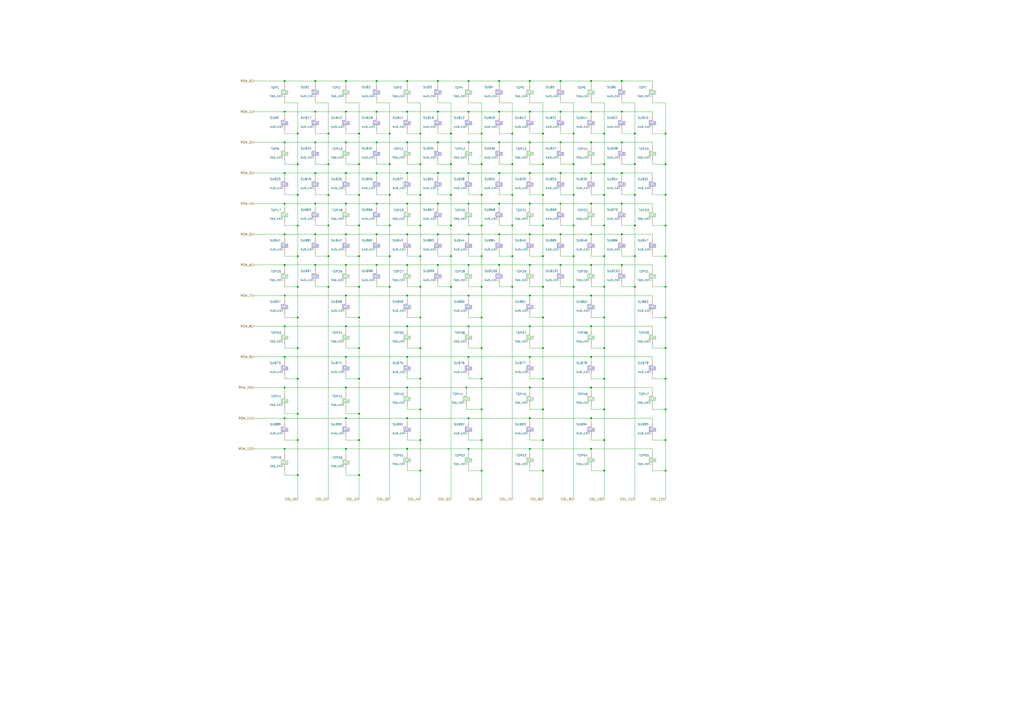
<source format=kicad_sch>
(kicad_sch (version 20231120) (generator "eeschema") (generator_version "8.0")
  (paper "A2")
  (title_block (title "Coil Matrix") (date "2024-07-28") (rev "0.1") (comment 1 "Jonas Stirnemann"))
  (junction (at 236.22 171.45))
  (junction (at 165.1 224.79))
  (junction (at 279.4 184.15))
  (junction (at 307.34 100.33))
  (junction (at 307.34 118.11))
  (junction (at 325.12 46.99))
  (junction (at 360.68 153.67))
  (junction (at 342.9 46.99))
  (junction (at 182.88 100.33))
  (junction (at 271.78 100.33))
  (junction (at 172.72 77.47))
  (junction (at 243.84 201.93))
  (junction (at 236.22 260.35))
  (junction (at 386.08 130.81))
  (junction (at 208.28 166.37))
  (junction (at 289.56 118.11))
  (junction (at 350.52 95.25))
  (junction (at 360.68 100.33))
  (junction (at 254 100.33))
  (junction (at 314.96 95.25))
  (junction (at 172.72 219.71))
  (junction (at 271.78 135.89))
  (junction (at 172.72 201.93))
  (junction (at 243.84 77.47))
  (junction (at 226.06 95.25))
  (junction (at 208.28 219.71))
  (junction (at 325.12 64.77))
  (junction (at 289.56 100.33))
  (junction (at 200.66 46.99))
  (junction (at 236.22 153.67))
  (junction (at 368.3 130.81))
  (junction (at 360.68 118.11))
  (junction (at 289.56 153.67))
  (junction (at 200.66 242.57))
  (junction (at 236.22 118.11))
  (junction (at 360.68 46.99))
  (junction (at 208.28 130.81))
  (junction (at 208.28 113.03))
  (junction (at 172.72 275.59))
  (junction (at 307.34 82.55))
  (junction (at 350.52 184.15))
  (junction (at 314.96 184.15))
  (junction (at 297.18 95.25))
  (junction (at 243.84 255.27))
  (junction (at 270.51 224.79))
  (junction (at 307.34 153.67))
  (junction (at 208.28 240.03))
  (junction (at 236.22 207.01))
  (junction (at 386.08 77.47))
  (junction (at 271.78 46.99))
  (junction (at 165.1 46.99))
  (junction (at 243.84 113.03))
  (junction (at 172.72 255.27))
  (junction (at 254 153.67))
  (junction (at 190.5 113.03))
  (junction (at 172.72 148.59))
  (junction (at 208.28 77.47))
  (junction (at 200.66 224.79))
  (junction (at 165.1 100.33))
  (junction (at 200.66 171.45))
  (junction (at 208.28 95.25))
  (junction (at 182.88 118.11))
  (junction (at 342.9 118.11))
  (junction (at 165.1 189.23))
  (junction (at 226.06 113.03))
  (junction (at 236.22 242.57))
  (junction (at 332.74 95.25))
  (junction (at 172.72 184.15))
  (junction (at 314.96 201.93))
  (junction (at 254 118.11))
  (junction (at 332.74 113.03))
  (junction (at 261.62 148.59))
  (junction (at 386.08 255.27))
  (junction (at 350.52 148.59))
  (junction (at 236.22 100.33))
  (junction (at 208.28 201.93))
  (junction (at 314.96 166.37))
  (junction (at 182.88 135.89))
  (junction (at 368.3 166.37))
  (junction (at 360.68 135.89))
  (junction (at 200.66 118.11))
  (junction (at 289.56 82.55))
  (junction (at 172.72 130.81))
  (junction (at 297.18 113.03))
  (junction (at 279.4 219.71))
  (junction (at 271.78 171.45))
  (junction (at 342.9 224.79))
  (junction (at 314.96 113.03))
  (junction (at 218.44 82.55))
  (junction (at 218.44 46.99))
  (junction (at 261.62 166.37))
  (junction (at 271.78 242.57))
  (junction (at 208.28 148.59))
  (junction (at 386.08 113.03))
  (junction (at 261.62 77.47))
  (junction (at 182.88 82.55))
  (junction (at 342.9 135.89))
  (junction (at 314.96 77.47))
  (junction (at 172.72 166.37))
  (junction (at 360.68 82.55))
  (junction (at 350.52 237.49))
  (junction (at 350.52 113.03))
  (junction (at 386.08 237.49))
  (junction (at 254 82.55))
  (junction (at 307.34 171.45))
  (junction (at 314.96 255.27))
  (junction (at 297.18 77.47))
  (junction (at 386.08 166.37))
  (junction (at 200.66 82.55))
  (junction (at 279.4 273.05))
  (junction (at 307.34 46.99))
  (junction (at 218.44 135.89))
  (junction (at 279.4 166.37))
  (junction (at 200.66 100.33))
  (junction (at 279.4 95.25))
  (junction (at 243.84 166.37))
  (junction (at 279.4 255.27))
  (junction (at 307.34 135.89))
  (junction (at 307.34 189.23))
  (junction (at 165.1 118.11))
  (junction (at 165.1 171.45))
  (junction (at 386.08 95.25))
  (junction (at 350.52 166.37))
  (junction (at 243.84 95.25))
  (junction (at 342.9 153.67))
  (junction (at 350.52 219.71))
  (junction (at 314.96 130.81))
  (junction (at 386.08 273.05))
  (junction (at 236.22 189.23))
  (junction (at 200.66 135.89))
  (junction (at 261.62 130.81))
  (junction (at 386.08 184.15))
  (junction (at 279.4 201.93))
  (junction (at 332.74 166.37))
  (junction (at 190.5 130.81))
  (junction (at 271.78 153.67))
  (junction (at 182.88 64.77))
  (junction (at 279.4 148.59))
  (junction (at 271.78 260.35))
  (junction (at 325.12 118.11))
  (junction (at 218.44 153.67))
  (junction (at 261.62 113.03))
  (junction (at 243.84 273.05))
  (junction (at 289.56 46.99))
  (junction (at 190.5 77.47))
  (junction (at 271.78 64.77))
  (junction (at 165.1 82.55))
  (junction (at 350.52 273.05))
  (junction (at 190.5 95.25))
  (junction (at 226.06 148.59))
  (junction (at 236.22 82.55))
  (junction (at 297.18 166.37))
  (junction (at 307.34 207.01))
  (junction (at 182.88 153.67))
  (junction (at 243.84 148.59))
  (junction (at 243.84 130.81))
  (junction (at 342.9 64.77))
  (junction (at 350.52 255.27))
  (junction (at 332.74 148.59))
  (junction (at 297.18 148.59))
  (junction (at 165.1 153.67))
  (junction (at 243.84 219.71))
  (junction (at 386.08 148.59))
  (junction (at 314.96 237.49))
  (junction (at 325.12 135.89))
  (junction (at 218.44 118.11))
  (junction (at 200.66 260.35))
  (junction (at 226.06 166.37))
  (junction (at 254 46.99))
  (junction (at 314.96 148.59))
  (junction (at 254 135.89))
  (junction (at 350.52 130.81))
  (junction (at 314.96 219.71))
  (junction (at 325.12 153.67))
  (junction (at 350.52 77.47))
  (junction (at 386.08 219.71))
  (junction (at 332.74 130.81))
  (junction (at 200.66 189.23))
  (junction (at 254 64.77))
  (junction (at 218.44 100.33))
  (junction (at 332.74 77.47))
  (junction (at 350.52 201.93))
  (junction (at 271.78 118.11))
  (junction (at 190.5 166.37))
  (junction (at 279.4 237.49))
  (junction (at 342.9 100.33))
  (junction (at 307.34 224.79))
  (junction (at 226.06 130.81))
  (junction (at 307.34 242.57))
  (junction (at 368.3 95.25))
  (junction (at 279.4 77.47))
  (junction (at 368.3 148.59))
  (junction (at 342.9 171.45))
  (junction (at 200.66 64.77))
  (junction (at 190.5 148.59))
  (junction (at 279.4 113.03))
  (junction (at 325.12 82.55))
  (junction (at 342.9 82.55))
  (junction (at 386.08 201.93))
  (junction (at 243.84 237.49))
  (junction (at 279.4 130.81))
  (junction (at 165.1 64.77))
  (junction (at 342.9 207.01))
  (junction (at 172.72 95.25))
  (junction (at 271.78 82.55))
  (junction (at 208.28 275.59))
  (junction (at 208.28 184.15))
  (junction (at 368.3 113.03))
  (junction (at 297.18 130.81))
  (junction (at 226.06 77.47))
  (junction (at 243.84 184.15))
  (junction (at 271.78 207.01))
  (junction (at 172.72 240.03))
  (junction (at 325.12 100.33))
  (junction (at 218.44 64.77))
  (junction (at 271.78 189.23))
  (junction (at 236.22 64.77))
  (junction (at 165.1 260.35))
  (junction (at 236.22 224.79))
  (junction (at 307.34 260.35))
  (junction (at 236.22 135.89))
  (junction (at 165.1 135.89))
  (junction (at 342.9 242.57))
  (junction (at 342.9 260.35))
  (junction (at 360.68 64.77))
  (junction (at 314.96 273.05))
  (junction (at 236.22 46.99))
  (junction (at 165.1 242.57))
  (junction (at 200.66 153.67))
  (junction (at 200.66 207.01))
  (junction (at 182.88 46.99))
  (junction (at 289.56 135.89))
  (junction (at 342.9 189.23))
  (junction (at 261.62 95.25))
  (junction (at 307.34 64.77))
  (junction (at 165.1 207.01))
  (junction (at 208.28 255.27))
  (junction (at 289.56 64.77))
  (junction (at 172.72 113.03))
  (junction (at 368.3 77.47))
  (wire (pts (xy 342.9 64.77) (xy 325.12 64.77)))
  (wire (pts (xy 236.22 191.77) (xy 236.22 189.23)))
  (wire (pts (xy 271.78 255.27) (xy 279.4 255.27)))
  (wire (pts (xy 270.51 224.79) (xy 270.51 227.33)))
  (wire (pts (xy 218.44 46.99) (xy 200.66 46.99)))
  (wire (pts (xy 325.12 59.69) (xy 332.74 59.69)))
  (wire (pts (xy 182.88 46.99) (xy 165.1 46.99)))
  (wire (pts (xy 200.66 260.35) (xy 200.66 264.16)))
  (wire (pts (xy 325.12 113.03) (xy 332.74 113.03)))
  (wire (pts (xy 342.9 166.37) (xy 350.52 166.37)))
  (wire (pts (xy 332.74 166.37) (xy 332.74 289.56)))
  (wire (pts (xy 261.62 77.47) (xy 261.62 95.25)))
  (wire (pts (xy 254 100.33) (xy 236.22 100.33)))
  (wire (pts (xy 243.84 237.49) (xy 243.84 255.27)))
  (wire (pts (xy 279.4 273.05) (xy 279.4 289.56)))
  (wire (pts (xy 279.4 77.47) (xy 279.4 95.25)))
  (wire (pts (xy 218.44 64.77) (xy 200.66 64.77)))
  (wire (pts (xy 200.66 260.35) (xy 236.22 260.35)))
  (wire (pts (xy 342.9 260.35) (xy 378.46 260.35)))
  (wire (pts (xy 271.78 130.81) (xy 279.4 130.81)))
  (wire (pts (xy 236.22 224.79) (xy 236.22 227.33)))
  (wire (pts (xy 325.12 153.67) (xy 307.34 153.67)))
  (wire (pts (xy 236.22 252.73) (xy 236.22 255.27)))
  (wire (pts (xy 200.66 242.57) (xy 236.22 242.57)))
  (wire (pts (xy 218.44 100.33) (xy 200.66 100.33)))
  (wire (pts (xy 307.34 82.55) (xy 289.56 82.55)))
  (wire (pts (xy 378.46 252.73) (xy 378.46 255.27)))
  (wire (pts (xy 307.34 260.35) (xy 342.9 260.35)))
  (wire (pts (xy 307.34 110.49) (xy 307.34 113.03)))
  (wire (pts (xy 182.88 57.15) (xy 182.88 59.69)))
  (wire (pts (xy 254 120.65) (xy 254 118.11)))
  (wire (pts (xy 200.66 130.81) (xy 208.28 130.81)))
  (wire (pts (xy 378.46 113.03) (xy 386.08 113.03)))
  (wire (pts (xy 200.66 173.99) (xy 200.66 171.45)))
  (wire (pts (xy 271.78 59.69) (xy 279.4 59.69)))
  (wire (pts (xy 236.22 199.39) (xy 236.22 201.93)))
  (wire (pts (xy 254 57.15) (xy 254 59.69)))
  (wire (pts (xy 271.78 77.47) (xy 279.4 77.47)))
  (wire (pts (xy 378.46 163.83) (xy 378.46 166.37)))
  (wire (pts (xy 307.34 85.09) (xy 307.34 82.55)))
  (wire (pts (xy 307.34 102.87) (xy 307.34 100.33)))
  (wire (pts (xy 165.1 199.39) (xy 165.1 201.93)))
  (wire (pts (xy 332.74 59.69) (xy 332.74 77.47)))
  (wire (pts (xy 289.56 77.47) (xy 297.18 77.47)))
  (wire (pts (xy 350.52 273.05) (xy 350.52 289.56)))
  (wire (pts (xy 368.3 148.59) (xy 368.3 166.37)))
  (wire (pts (xy 208.28 148.59) (xy 208.28 166.37)))
  (wire (pts (xy 208.28 59.69) (xy 208.28 77.47)))
  (wire (pts (xy 236.22 49.53) (xy 236.22 46.99)))
  (wire (pts (xy 226.06 130.81) (xy 226.06 148.59)))
  (wire (pts (xy 360.68 59.69) (xy 368.3 59.69)))
  (wire (pts (xy 289.56 146.05) (xy 289.56 148.59)))
  (wire (pts (xy 271.78 113.03) (xy 279.4 113.03)))
  (wire (pts (xy 342.9 120.65) (xy 342.9 118.11)))
  (wire (pts (xy 165.1 173.99) (xy 165.1 171.45)))
  (wire (pts (xy 165.1 49.53) (xy 165.1 46.99)))
  (wire (pts (xy 271.78 92.71) (xy 271.78 95.25)))
  (wire (pts (xy 243.84 77.47) (xy 243.84 95.25)))
  (wire (pts (xy 307.34 113.03) (xy 314.96 113.03)))
  (wire (pts (xy 378.46 138.43) (xy 378.46 135.89)))
  (wire (pts (xy 342.9 207.01) (xy 378.46 207.01)))
  (wire (pts (xy 386.08 95.25) (xy 386.08 113.03)))
  (wire (pts (xy 378.46 166.37) (xy 386.08 166.37)))
  (wire (pts (xy 342.9 234.95) (xy 342.9 237.49)))
  (wire (pts (xy 342.9 255.27) (xy 350.52 255.27)))
  (wire (pts (xy 165.1 242.57) (xy 147.32 242.57)))
  (wire (pts (xy 243.84 166.37) (xy 243.84 184.15)))
  (wire (pts (xy 342.9 191.77) (xy 342.9 189.23)))
  (wire (pts (xy 261.62 95.25) (xy 261.62 113.03)))
  (wire (pts (xy 261.62 59.69) (xy 261.62 77.47)))
  (wire (pts (xy 254 46.99) (xy 236.22 46.99)))
  (wire (pts (xy 236.22 209.55) (xy 236.22 207.01)))
  (wire (pts (xy 254 146.05) (xy 254 148.59)))
  (wire (pts (xy 200.66 255.27) (xy 208.28 255.27)))
  (wire (pts (xy 172.72 166.37) (xy 172.72 184.15)))
  (wire (pts (xy 378.46 209.55) (xy 378.46 207.01)))
  (wire (pts (xy 314.96 166.37) (xy 314.96 184.15)))
  (wire (pts (xy 271.78 252.73) (xy 271.78 255.27)))
  (wire (pts (xy 342.9 163.83) (xy 342.9 166.37)))
  (wire (pts (xy 218.44 92.71) (xy 218.44 95.25)))
  (wire (pts (xy 236.22 201.93) (xy 243.84 201.93)))
  (wire (pts (xy 368.3 130.81) (xy 368.3 148.59)))
  (wire (pts (xy 165.1 120.65) (xy 165.1 118.11)))
  (wire (pts (xy 342.9 110.49) (xy 342.9 113.03)))
  (wire (pts (xy 289.56 148.59) (xy 297.18 148.59)))
  (wire (pts (xy 271.78 260.35) (xy 307.34 260.35)))
  (wire (pts (xy 165.1 191.77) (xy 165.1 189.23)))
  (wire (pts (xy 172.72 59.69) (xy 172.72 77.47)))
  (wire (pts (xy 378.46 49.53) (xy 378.46 46.99)))
  (wire (pts (xy 271.78 148.59) (xy 279.4 148.59)))
  (wire (pts (xy 350.52 130.81) (xy 350.52 148.59)))
  (wire (pts (xy 172.72 95.25) (xy 172.72 113.03)))
  (wire (pts (xy 342.9 209.55) (xy 342.9 207.01)))
  (wire (pts (xy 218.44 163.83) (xy 218.44 166.37)))
  (wire (pts (xy 332.74 113.03) (xy 332.74 130.81)))
  (wire (pts (xy 165.1 219.71) (xy 172.72 219.71)))
  (wire (pts (xy 165.1 110.49) (xy 165.1 113.03)))
  (wire (pts (xy 236.22 130.81) (xy 243.84 130.81)))
  (wire (pts (xy 165.1 271.78) (xy 165.1 275.59)))
  (wire (pts (xy 165.1 171.45) (xy 147.32 171.45)))
  (wire (pts (xy 182.88 148.59) (xy 190.5 148.59)))
  (wire (pts (xy 243.84 184.15) (xy 243.84 201.93)))
  (wire (pts (xy 172.72 219.71) (xy 172.72 240.03)))
  (wire (pts (xy 342.9 77.47) (xy 350.52 77.47)))
  (wire (pts (xy 182.88 135.89) (xy 165.1 135.89)))
  (wire (pts (xy 165.1 128.27) (xy 165.1 130.81)))
  (wire (pts (xy 200.66 166.37) (xy 208.28 166.37)))
  (wire (pts (xy 218.44 128.27) (xy 218.44 130.81)))
  (wire (pts (xy 165.1 224.79) (xy 165.1 228.6)))
  (wire (pts (xy 200.66 245.11) (xy 200.66 242.57)))
  (wire (pts (xy 271.78 57.15) (xy 271.78 59.69)))
  (wire (pts (xy 307.34 146.05) (xy 307.34 148.59)))
  (wire (pts (xy 226.06 166.37) (xy 226.06 289.56)))
  (wire (pts (xy 342.9 270.51) (xy 342.9 273.05)))
  (wire (pts (xy 360.68 64.77) (xy 342.9 64.77)))
  (wire (pts (xy 200.66 77.47) (xy 208.28 77.47)))
  (wire (pts (xy 378.46 118.11) (xy 360.68 118.11)))
  (wire (pts (xy 236.22 67.31) (xy 236.22 64.77)))
  (wire (pts (xy 360.68 135.89) (xy 342.9 135.89)))
  (wire (pts (xy 360.68 110.49) (xy 360.68 113.03)))
  (wire (pts (xy 200.66 92.71) (xy 200.66 95.25)))
  (wire (pts (xy 289.56 49.53) (xy 289.56 46.99)))
  (wire (pts (xy 271.78 171.45) (xy 307.34 171.45)))
  (wire (pts (xy 378.46 95.25) (xy 386.08 95.25)))
  (wire (pts (xy 208.28 77.47) (xy 208.28 95.25)))
  (wire (pts (xy 307.34 224.79) (xy 307.34 227.33)))
  (wire (pts (xy 200.66 219.71) (xy 208.28 219.71)))
  (wire (pts (xy 182.88 166.37) (xy 190.5 166.37)))
  (wire (pts (xy 342.9 135.89) (xy 325.12 135.89)))
  (wire (pts (xy 342.9 46.99) (xy 325.12 46.99)))
  (wire (pts (xy 350.52 166.37) (xy 350.52 184.15)))
  (wire (pts (xy 236.22 74.93) (xy 236.22 77.47)))
  (wire (pts (xy 332.74 95.25) (xy 332.74 113.03)))
  (wire (pts (xy 200.66 148.59) (xy 208.28 148.59)))
  (wire (pts (xy 165.1 184.15) (xy 172.72 184.15)))
  (wire (pts (xy 218.44 59.69) (xy 226.06 59.69)))
  (wire (pts (xy 270.51 237.49) (xy 279.4 237.49)))
  (wire (pts (xy 289.56 59.69) (xy 297.18 59.69)))
  (wire (pts (xy 236.22 135.89) (xy 218.44 135.89)))
  (wire (pts (xy 271.78 181.61) (xy 271.78 184.15)))
  (wire (pts (xy 182.88 146.05) (xy 182.88 148.59)))
  (wire (pts (xy 307.34 260.35) (xy 307.34 262.89)))
  (wire (pts (xy 350.52 148.59) (xy 350.52 166.37)))
  (wire (pts (xy 307.34 181.61) (xy 307.34 184.15)))
  (wire (pts (xy 342.9 49.53) (xy 342.9 46.99)))
  (wire (pts (xy 208.28 113.03) (xy 208.28 130.81)))
  (wire (pts (xy 200.66 67.31) (xy 200.66 64.77)))
  (wire (pts (xy 236.22 217.17) (xy 236.22 219.71)))
  (wire (pts (xy 236.22 118.11) (xy 218.44 118.11)))
  (wire (pts (xy 165.1 224.79) (xy 200.66 224.79)))
  (wire (pts (xy 218.44 118.11) (xy 200.66 118.11)))
  (wire (pts (xy 200.66 85.09) (xy 200.66 82.55)))
  (wire (pts (xy 165.1 189.23) (xy 147.32 189.23)))
  (wire (pts (xy 254 110.49) (xy 254 113.03)))
  (wire (pts (xy 378.46 128.27) (xy 378.46 130.81)))
  (wire (pts (xy 182.88 49.53) (xy 182.88 46.99)))
  (wire (pts (xy 289.56 82.55) (xy 271.78 82.55)))
  (wire (pts (xy 307.34 163.83) (xy 307.34 166.37)))
  (wire (pts (xy 236.22 146.05) (xy 236.22 148.59)))
  (wire (pts (xy 182.88 128.27) (xy 182.88 130.81)))
  (wire (pts (xy 360.68 146.05) (xy 360.68 148.59)))
  (wire (pts (xy 386.08 113.03) (xy 386.08 130.81)))
  (wire (pts (xy 236.22 57.15) (xy 236.22 59.69)))
  (wire (pts (xy 307.34 237.49) (xy 314.96 237.49)))
  (wire (pts (xy 165.1 100.33) (xy 147.32 100.33)))
  (wire (pts (xy 200.66 118.11) (xy 182.88 118.11)))
  (wire (pts (xy 254 82.55) (xy 236.22 82.55)))
  (wire (pts (xy 314.96 113.03) (xy 314.96 130.81)))
  (wire (pts (xy 360.68 74.93) (xy 360.68 77.47)))
  (wire (pts (xy 254 95.25) (xy 261.62 95.25)))
  (wire (pts (xy 289.56 92.71) (xy 289.56 95.25)))
  (wire (pts (xy 271.78 207.01) (xy 307.34 207.01)))
  (wire (pts (xy 342.9 171.45) (xy 378.46 171.45)))
  (wire (pts (xy 254 138.43) (xy 254 135.89)))
  (wire (pts (xy 279.4 113.03) (xy 279.4 130.81)))
  (wire (pts (xy 342.9 252.73) (xy 342.9 255.27)))
  (wire (pts (xy 271.78 64.77) (xy 254 64.77)))
  (wire (pts (xy 261.62 113.03) (xy 261.62 130.81)))
  (wire (pts (xy 342.9 100.33) (xy 325.12 100.33)))
  (wire (pts (xy 368.3 95.25) (xy 368.3 113.03)))
  (wire (pts (xy 271.78 199.39) (xy 271.78 201.93)))
  (wire (pts (xy 342.9 138.43) (xy 342.9 135.89)))
  (wire (pts (xy 271.78 110.49) (xy 271.78 113.03)))
  (wire (pts (xy 208.28 255.27) (xy 208.28 275.59)))
  (wire (pts (xy 271.78 74.93) (xy 271.78 77.47)))
  (wire (pts (xy 200.66 64.77) (xy 182.88 64.77)))
  (wire (pts (xy 342.9 92.71) (xy 342.9 95.25)))
  (wire (pts (xy 236.22 273.05) (xy 243.84 273.05)))
  (wire (pts (xy 378.46 173.99) (xy 378.46 171.45)))
  (wire (pts (xy 342.9 199.39) (xy 342.9 201.93)))
  (wire (pts (xy 325.12 146.05) (xy 325.12 148.59)))
  (wire (pts (xy 378.46 234.95) (xy 378.46 237.49)))
  (wire (pts (xy 236.22 110.49) (xy 236.22 113.03)))
  (wire (pts (xy 307.34 219.71) (xy 314.96 219.71)))
  (wire (pts (xy 218.44 82.55) (xy 200.66 82.55)))
  (wire (pts (xy 325.12 118.11) (xy 307.34 118.11)))
  (wire (pts (xy 165.1 118.11) (xy 147.32 118.11)))
  (wire (pts (xy 342.9 184.15) (xy 350.52 184.15)))
  (wire (pts (xy 165.1 67.31) (xy 165.1 64.77)))
  (wire (pts (xy 314.96 95.25) (xy 314.96 113.03)))
  (wire (pts (xy 200.66 156.21) (xy 200.66 153.67)))
  (wire (pts (xy 307.34 273.05) (xy 314.96 273.05)))
  (wire (pts (xy 289.56 64.77) (xy 271.78 64.77)))
  (wire (pts (xy 289.56 156.21) (xy 289.56 153.67)))
  (wire (pts (xy 218.44 113.03) (xy 226.06 113.03)))
  (wire (pts (xy 254 118.11) (xy 236.22 118.11)))
  (wire (pts (xy 165.1 242.57) (xy 200.66 242.57)))
  (wire (pts (xy 147.32 260.35) (xy 165.1 260.35)))
  (wire (pts (xy 165.1 189.23) (xy 200.66 189.23)))
  (wire (pts (xy 350.52 184.15) (xy 350.52 201.93)))
  (wire (pts (xy 271.78 166.37) (xy 279.4 166.37)))
  (wire (pts (xy 342.9 95.25) (xy 350.52 95.25)))
  (wire (pts (xy 378.46 77.47) (xy 386.08 77.47)))
  (wire (pts (xy 325.12 130.81) (xy 332.74 130.81)))
  (wire (pts (xy 378.46 59.69) (xy 386.08 59.69)))
  (wire (pts (xy 182.88 59.69) (xy 190.5 59.69)))
  (wire (pts (xy 172.72 201.93) (xy 172.72 219.71)))
  (wire (pts (xy 307.34 57.15) (xy 307.34 59.69)))
  (wire (pts (xy 378.46 148.59) (xy 386.08 148.59)))
  (wire (pts (xy 165.1 201.93) (xy 172.72 201.93)))
  (wire (pts (xy 378.46 260.35) (xy 378.46 262.89)))
  (wire (pts (xy 289.56 74.93) (xy 289.56 77.47)))
  (wire (pts (xy 360.68 82.55) (xy 342.9 82.55)))
  (wire (pts (xy 172.72 240.03) (xy 172.72 255.27)))
  (wire (pts (xy 200.66 181.61) (xy 200.66 184.15)))
  (wire (pts (xy 307.34 135.89) (xy 289.56 135.89)))
  (wire (pts (xy 342.9 237.49) (xy 350.52 237.49)))
  (wire (pts (xy 236.22 219.71) (xy 243.84 219.71)))
  (wire (pts (xy 271.78 217.17) (xy 271.78 219.71)))
  (wire (pts (xy 271.78 189.23) (xy 307.34 189.23)))
  (wire (pts (xy 271.78 270.51) (xy 271.78 273.05)))
  (wire (pts (xy 165.1 138.43) (xy 165.1 135.89)))
  (wire (pts (xy 271.78 153.67) (xy 254 153.67)))
  (wire (pts (xy 200.66 224.79) (xy 236.22 224.79)))
  (wire (pts (xy 386.08 273.05) (xy 386.08 289.56)))
  (wire (pts (xy 368.3 113.03) (xy 368.3 130.81)))
  (wire (pts (xy 271.78 138.43) (xy 271.78 135.89)))
  (wire (pts (xy 386.08 130.81) (xy 386.08 148.59)))
  (wire (pts (xy 360.68 92.71) (xy 360.68 95.25)))
  (wire (pts (xy 297.18 59.69) (xy 297.18 77.47)))
  (wire (pts (xy 165.1 245.11) (xy 165.1 242.57)))
  (wire (pts (xy 200.66 236.22) (xy 200.66 240.03)))
  (wire (pts (xy 307.34 209.55) (xy 307.34 207.01)))
  (wire (pts (xy 307.34 77.47) (xy 314.96 77.47)))
  (wire (pts (xy 307.34 224.79) (xy 342.9 224.79)))
  (wire (pts (xy 200.66 59.69) (xy 208.28 59.69)))
  (wire (pts (xy 325.12 85.09) (xy 325.12 82.55)))
  (wire (pts (xy 360.68 46.99) (xy 342.9 46.99)))
  (wire (pts (xy 332.74 77.47) (xy 332.74 95.25)))
  (wire (pts (xy 200.66 113.03) (xy 208.28 113.03)))
  (wire (pts (xy 279.4 219.71) (xy 279.4 237.49)))
  (wire (pts (xy 325.12 163.83) (xy 325.12 166.37)))
  (wire (pts (xy 218.44 135.89) (xy 200.66 135.89)))
  (wire (pts (xy 271.78 128.27) (xy 271.78 130.81)))
  (wire (pts (xy 165.1 146.05) (xy 165.1 148.59)))
  (wire (pts (xy 236.22 113.03) (xy 243.84 113.03)))
  (wire (pts (xy 165.1 163.83) (xy 165.1 166.37)))
  (wire (pts (xy 182.88 156.21) (xy 182.88 153.67)))
  (wire (pts (xy 182.88 163.83) (xy 182.88 166.37)))
  (wire (pts (xy 360.68 156.21) (xy 360.68 153.67)))
  (wire (pts (xy 279.4 130.81) (xy 279.4 148.59)))
  (wire (pts (xy 342.9 156.21) (xy 342.9 153.67)))
  (wire (pts (xy 271.78 118.11) (xy 254 118.11)))
  (wire (pts (xy 378.46 201.93) (xy 386.08 201.93)))
  (wire (pts (xy 325.12 57.15) (xy 325.12 59.69)))
  (wire (pts (xy 289.56 128.27) (xy 289.56 130.81)))
  (wire (pts (xy 342.9 189.23) (xy 378.46 189.23)))
  (wire (pts (xy 307.34 92.71) (xy 307.34 95.25)))
  (wire (pts (xy 271.78 260.35) (xy 271.78 262.89)))
  (wire (pts (xy 165.1 64.77) (xy 147.32 64.77)))
  (wire (pts (xy 342.9 245.11) (xy 342.9 242.57)))
  (wire (pts (xy 218.44 110.49) (xy 218.44 113.03)))
  (wire (pts (xy 236.22 270.51) (xy 236.22 273.05)))
  (wire (pts (xy 208.28 240.03) (xy 208.28 255.27)))
  (wire (pts (xy 243.84 201.93) (xy 243.84 219.71)))
  (wire (pts (xy 172.72 148.59) (xy 172.72 166.37)))
  (wire (pts (xy 342.9 146.05) (xy 342.9 148.59)))
  (wire (pts (xy 342.9 128.27) (xy 342.9 130.81)))
  (wire (pts (xy 279.4 95.25) (xy 279.4 113.03)))
  (wire (pts (xy 236.22 64.77) (xy 218.44 64.77)))
  (wire (pts (xy 307.34 153.67) (xy 289.56 153.67)))
  (wire (pts (xy 378.46 82.55) (xy 360.68 82.55)))
  (wire (pts (xy 271.78 46.99) (xy 254 46.99)))
  (wire (pts (xy 297.18 148.59) (xy 297.18 166.37)))
  (wire (pts (xy 165.1 166.37) (xy 172.72 166.37)))
  (wire (pts (xy 271.78 146.05) (xy 271.78 148.59)))
  (wire (pts (xy 307.34 120.65) (xy 307.34 118.11)))
  (wire (pts (xy 218.44 102.87) (xy 218.44 100.33)))
  (wire (pts (xy 378.46 156.21) (xy 378.46 153.67)))
  (wire (pts (xy 342.9 153.67) (xy 325.12 153.67)))
  (wire (pts (xy 350.52 201.93) (xy 350.52 219.71)))
  (wire (pts (xy 342.9 82.55) (xy 325.12 82.55)))
  (wire (pts (xy 386.08 59.69) (xy 386.08 77.47)))
  (wire (pts (xy 314.96 219.71) (xy 314.96 237.49)))
  (wire (pts (xy 200.66 153.67) (xy 182.88 153.67)))
  (wire (pts (xy 325.12 135.89) (xy 307.34 135.89)))
  (wire (pts (xy 226.06 77.47) (xy 226.06 95.25)))
  (wire (pts (xy 218.44 153.67) (xy 200.66 153.67)))
  (wire (pts (xy 289.56 57.15) (xy 289.56 59.69)))
  (wire (pts (xy 342.9 217.17) (xy 342.9 219.71)))
  (wire (pts (xy 314.96 77.47) (xy 314.96 95.25)))
  (wire (pts (xy 279.4 255.27) (xy 279.4 273.05)))
  (wire (pts (xy 360.68 57.15) (xy 360.68 59.69)))
  (wire (pts (xy 236.22 166.37) (xy 243.84 166.37)))
  (wire (pts (xy 289.56 120.65) (xy 289.56 118.11)))
  (wire (pts (xy 200.66 49.53) (xy 200.66 46.99)))
  (wire (pts (xy 165.1 148.59) (xy 172.72 148.59)))
  (wire (pts (xy 350.52 77.47) (xy 350.52 95.25)))
  (wire (pts (xy 236.22 59.69) (xy 243.84 59.69)))
  (wire (pts (xy 200.66 252.73) (xy 200.66 255.27)))
  (wire (pts (xy 165.1 171.45) (xy 200.66 171.45)))
  (wire (pts (xy 307.34 74.93) (xy 307.34 77.47)))
  (wire (pts (xy 350.52 113.03) (xy 350.52 130.81)))
  (wire (pts (xy 289.56 118.11) (xy 271.78 118.11)))
  (wire (pts (xy 307.34 207.01) (xy 342.9 207.01)))
  (wire (pts (xy 165.1 82.55) (xy 147.32 82.55)))
  (wire (pts (xy 236.22 120.65) (xy 236.22 118.11)))
  (wire (pts (xy 279.4 166.37) (xy 279.4 184.15)))
  (wire (pts (xy 325.12 95.25) (xy 332.74 95.25)))
  (wire (pts (xy 165.1 153.67) (xy 147.32 153.67)))
  (wire (pts (xy 307.34 156.21) (xy 307.34 153.67)))
  (wire (pts (xy 200.66 74.93) (xy 200.66 77.47)))
  (wire (pts (xy 165.1 92.71) (xy 165.1 95.25)))
  (wire (pts (xy 236.22 153.67) (xy 218.44 153.67)))
  (wire (pts (xy 342.9 113.03) (xy 350.52 113.03)))
  (wire (pts (xy 254 74.93) (xy 254 77.47)))
  (wire (pts (xy 279.4 184.15) (xy 279.4 201.93)))
  (wire (pts (xy 254 77.47) (xy 261.62 77.47)))
  (wire (pts (xy 218.44 156.21) (xy 218.44 153.67)))
  (wire (pts (xy 226.06 59.69) (xy 226.06 77.47)))
  (wire (pts (xy 271.78 85.09) (xy 271.78 82.55)))
  (wire (pts (xy 360.68 100.33) (xy 342.9 100.33)))
  (wire (pts (xy 307.34 252.73) (xy 307.34 255.27)))
  (wire (pts (xy 289.56 163.83) (xy 289.56 166.37)))
  (wire (pts (xy 378.46 184.15) (xy 386.08 184.15)))
  (wire (pts (xy 342.9 102.87) (xy 342.9 100.33)))
  (wire (pts (xy 254 163.83) (xy 254 166.37)))
  (wire (pts (xy 271.78 245.11) (xy 271.78 242.57)))
  (wire (pts (xy 350.52 59.69) (xy 350.52 77.47)))
  (wire (pts (xy 236.22 85.09) (xy 236.22 82.55)))
  (wire (pts (xy 307.34 166.37) (xy 314.96 166.37)))
  (wire (pts (xy 386.08 255.27) (xy 386.08 273.05)))
  (wire (pts (xy 325.12 166.37) (xy 332.74 166.37)))
  (wire (pts (xy 165.1 275.59) (xy 172.72 275.59)))
  (wire (pts (xy 243.84 95.25) (xy 243.84 113.03)))
  (wire (pts (xy 200.66 138.43) (xy 200.66 135.89)))
  (wire (pts (xy 208.28 130.81) (xy 208.28 148.59)))
  (wire (pts (xy 342.9 219.71) (xy 350.52 219.71)))
  (wire (pts (xy 218.44 166.37) (xy 226.06 166.37)))
  (wire (pts (xy 182.88 153.67) (xy 165.1 153.67)))
  (wire (pts (xy 332.74 130.81) (xy 332.74 148.59)))
  (wire (pts (xy 378.46 67.31) (xy 378.46 64.77)))
  (wire (pts (xy 289.56 100.33) (xy 271.78 100.33)))
  (wire (pts (xy 254 59.69) (xy 261.62 59.69)))
  (wire (pts (xy 360.68 153.67) (xy 342.9 153.67)))
  (wire (pts (xy 378.46 102.87) (xy 378.46 100.33)))
  (wire (pts (xy 236.22 260.35) (xy 236.22 262.89)))
  (wire (pts (xy 254 113.03) (xy 261.62 113.03)))
  (wire (pts (xy 289.56 85.09) (xy 289.56 82.55)))
  (wire (pts (xy 254 85.09) (xy 254 82.55)))
  (wire (pts (xy 378.46 237.49) (xy 386.08 237.49)))
  (wire (pts (xy 307.34 184.15) (xy 314.96 184.15)))
  (wire (pts (xy 271.78 135.89) (xy 254 135.89)))
  (wire (pts (xy 297.18 77.47) (xy 297.18 95.25)))
  (wire (pts (xy 307.34 130.81) (xy 314.96 130.81)))
  (wire (pts (xy 297.18 113.03) (xy 297.18 130.81)))
  (wire (pts (xy 243.84 273.05) (xy 243.84 289.56)))
  (wire (pts (xy 360.68 49.53) (xy 360.68 46.99)))
  (wire (pts (xy 165.1 207.01) (xy 147.32 207.01)))
  (wire (pts (xy 325.12 138.43) (xy 325.12 135.89)))
  (wire (pts (xy 271.78 67.31) (xy 271.78 64.77)))
  (wire (pts (xy 386.08 201.93) (xy 386.08 219.71)))
  (wire (pts (xy 200.66 275.59) (xy 208.28 275.59)))
  (wire (pts (xy 208.28 275.59) (xy 208.28 289.56)))
  (wire (pts (xy 261.62 130.81) (xy 261.62 148.59)))
  (wire (pts (xy 342.9 260.35) (xy 342.9 262.89)))
  (wire (pts (xy 307.34 270.51) (xy 307.34 273.05)))
  (wire (pts (xy 200.66 217.17) (xy 200.66 219.71)))
  (wire (pts (xy 360.68 85.09) (xy 360.68 82.55)))
  (wire (pts (xy 182.88 100.33) (xy 165.1 100.33)))
  (wire (pts (xy 165.1 217.17) (xy 165.1 219.71)))
  (wire (pts (xy 289.56 46.99) (xy 271.78 46.99)))
  (wire (pts (xy 314.96 237.49) (xy 314.96 255.27)))
  (wire (pts (xy 200.66 207.01) (xy 236.22 207.01)))
  (wire (pts (xy 307.34 95.25) (xy 314.96 95.25)))
  (wire (pts (xy 360.68 113.03) (xy 368.3 113.03)))
  (wire (pts (xy 243.84 219.71) (xy 243.84 237.49)))
  (wire (pts (xy 165.1 236.22) (xy 165.1 240.03)))
  (wire (pts (xy 271.78 173.99) (xy 271.78 171.45)))
  (wire (pts (xy 243.84 148.59) (xy 243.84 166.37)))
  (wire (pts (xy 342.9 85.09) (xy 342.9 82.55)))
  (wire (pts (xy 279.4 148.59) (xy 279.4 166.37)))
  (wire (pts (xy 200.66 146.05) (xy 200.66 148.59)))
  (wire (pts (xy 342.9 224.79) (xy 342.9 227.33)))
  (wire (pts (xy 378.46 255.27) (xy 386.08 255.27)))
  (wire (pts (xy 226.06 148.59) (xy 226.06 166.37)))
  (wire (pts (xy 182.88 102.87) (xy 182.88 100.33)))
  (wire (pts (xy 307.34 64.77) (xy 289.56 64.77)))
  (wire (pts (xy 236.22 245.11) (xy 236.22 242.57)))
  (wire (pts (xy 325.12 49.53) (xy 325.12 46.99)))
  (wire (pts (xy 289.56 166.37) (xy 297.18 166.37)))
  (wire (pts (xy 254 130.81) (xy 261.62 130.81)))
  (wire (pts (xy 236.22 148.59) (xy 243.84 148.59)))
  (wire (pts (xy 360.68 118.11) (xy 342.9 118.11)))
  (wire (pts (xy 200.66 120.65) (xy 200.66 118.11)))
  (wire (pts (xy 218.44 130.81) (xy 226.06 130.81)))
  (wire (pts (xy 147.32 224.79) (xy 165.1 224.79)))
  (wire (pts (xy 165.1 113.03) (xy 172.72 113.03)))
  (wire (pts (xy 378.46 120.65) (xy 378.46 118.11)))
  (wire (pts (xy 236.22 171.45) (xy 271.78 171.45)))
  (wire (pts (xy 342.9 273.05) (xy 350.52 273.05)))
  (wire (pts (xy 297.18 166.37) (xy 297.18 289.56)))
  (wire (pts (xy 270.51 224.79) (xy 307.34 224.79)))
  (wire (pts (xy 243.84 130.81) (xy 243.84 148.59)))
  (wire (pts (xy 271.78 120.65) (xy 271.78 118.11)))
  (wire (pts (xy 360.68 77.47) (xy 368.3 77.47)))
  (wire (pts (xy 200.66 102.87) (xy 200.66 100.33)))
  (wire (pts (xy 182.88 113.03) (xy 190.5 113.03)))
  (wire (pts (xy 172.72 184.15) (xy 172.72 201.93)))
  (wire (pts (xy 325.12 82.55) (xy 307.34 82.55)))
  (wire (pts (xy 218.44 49.53) (xy 218.44 46.99)))
  (wire (pts (xy 165.1 59.69) (xy 172.72 59.69)))
  (wire (pts (xy 289.56 138.43) (xy 289.56 135.89)))
  (wire (pts (xy 368.3 166.37) (xy 368.3 289.56)))
  (wire (pts (xy 378.46 74.93) (xy 378.46 77.47)))
  (wire (pts (xy 165.1 46.99) (xy 147.32 46.99)))
  (wire (pts (xy 360.68 120.65) (xy 360.68 118.11)))
  (wire (pts (xy 218.44 120.65) (xy 218.44 118.11)))
  (wire (pts (xy 307.34 242.57) (xy 342.9 242.57)))
  (wire (pts (xy 342.9 67.31) (xy 342.9 64.77)))
  (wire (pts (xy 254 64.77) (xy 236.22 64.77)))
  (wire (pts (xy 236.22 173.99) (xy 236.22 171.45)))
  (wire (pts (xy 254 92.71) (xy 254 95.25)))
  (wire (pts (xy 314.96 59.69) (xy 314.96 77.47)))
  (wire (pts (xy 297.18 95.25) (xy 297.18 113.03)))
  (wire (pts (xy 289.56 95.25) (xy 297.18 95.25)))
  (wire (pts (xy 342.9 242.57) (xy 378.46 242.57)))
  (wire (pts (xy 190.5 130.81) (xy 190.5 148.59)))
  (wire (pts (xy 182.88 74.93) (xy 182.88 77.47)))
  (wire (pts (xy 236.22 224.79) (xy 270.51 224.79)))
  (wire (pts (xy 271.78 49.53) (xy 271.78 46.99)))
  (wire (pts (xy 236.22 189.23) (xy 271.78 189.23)))
  (wire (pts (xy 314.96 201.93) (xy 314.96 219.71)))
  (wire (pts (xy 271.78 209.55) (xy 271.78 207.01)))
  (wire (pts (xy 325.12 128.27) (xy 325.12 130.81)))
  (wire (pts (xy 325.12 77.47) (xy 332.74 77.47)))
  (wire (pts (xy 236.22 128.27) (xy 236.22 130.81)))
  (wire (pts (xy 360.68 138.43) (xy 360.68 135.89)))
  (wire (pts (xy 200.66 224.79) (xy 200.66 228.6)))
  (wire (pts (xy 314.96 184.15) (xy 314.96 201.93)))
  (wire (pts (xy 218.44 148.59) (xy 226.06 148.59)))
  (wire (pts (xy 378.46 217.17) (xy 378.46 219.71)))
  (wire (pts (xy 378.46 270.51) (xy 378.46 273.05)))
  (wire (pts (xy 378.46 57.15) (xy 378.46 59.69)))
  (wire (pts (xy 182.88 118.11) (xy 165.1 118.11)))
  (wire (pts (xy 236.22 181.61) (xy 236.22 184.15)))
  (wire (pts (xy 325.12 102.87) (xy 325.12 100.33)))
  (wire (pts (xy 378.46 146.05) (xy 378.46 148.59)))
  (wire (pts (xy 200.66 184.15) (xy 208.28 184.15)))
  (wire (pts (xy 386.08 166.37) (xy 386.08 184.15)))
  (wire (pts (xy 200.66 57.15) (xy 200.66 59.69)))
  (wire (pts (xy 200.66 100.33) (xy 182.88 100.33)))
  (wire (pts (xy 200.66 135.89) (xy 182.88 135.89)))
  (wire (pts (xy 378.46 224.79) (xy 378.46 227.33)))
  (wire (pts (xy 200.66 82.55) (xy 182.88 82.55)))
  (wire (pts (xy 314.96 255.27) (xy 314.96 273.05)))
  (wire (pts (xy 218.44 57.15) (xy 218.44 59.69)))
  (wire (pts (xy 200.66 128.27) (xy 200.66 130.81)))
  (wire (pts (xy 307.34 100.33) (xy 289.56 100.33)))
  (wire (pts (xy 236.22 138.43) (xy 236.22 135.89)))
  (wire (pts (xy 271.78 219.71) (xy 279.4 219.71)))
  (wire (pts (xy 182.88 82.55) (xy 165.1 82.55)))
  (wire (pts (xy 243.84 113.03) (xy 243.84 130.81)))
  (wire (pts (xy 236.22 82.55) (xy 218.44 82.55)))
  (wire (pts (xy 182.88 64.77) (xy 165.1 64.77)))
  (wire (pts (xy 236.22 184.15) (xy 243.84 184.15)))
  (wire (pts (xy 307.34 191.77) (xy 307.34 189.23)))
  (wire (pts (xy 200.66 46.99) (xy 182.88 46.99)))
  (wire (pts (xy 307.34 46.99) (xy 289.56 46.99)))
  (wire (pts (xy 190.5 113.03) (xy 190.5 130.81)))
  (wire (pts (xy 208.28 201.93) (xy 208.28 219.71)))
  (wire (pts (xy 271.78 163.83) (xy 271.78 166.37)))
  (wire (pts (xy 342.9 173.99) (xy 342.9 171.45)))
  (wire (pts (xy 342.9 201.93) (xy 350.52 201.93)))
  (wire (pts (xy 182.88 95.25) (xy 190.5 95.25)))
  (wire (pts (xy 325.12 120.65) (xy 325.12 118.11)))
  (wire (pts (xy 289.56 153.67) (xy 271.78 153.67)))
  (wire (pts (xy 307.34 255.27) (xy 314.96 255.27)))
  (wire (pts (xy 289.56 130.81) (xy 297.18 130.81)))
  (wire (pts (xy 360.68 67.31) (xy 360.68 64.77)))
  (wire (pts (xy 182.88 138.43) (xy 182.88 135.89)))
  (wire (pts (xy 350.52 219.71) (xy 350.52 237.49)))
  (wire (pts (xy 165.1 209.55) (xy 165.1 207.01)))
  (wire (pts (xy 165.1 74.93) (xy 165.1 77.47)))
  (wire (pts (xy 378.46 92.71) (xy 378.46 95.25)))
  (wire (pts (xy 190.5 77.47) (xy 190.5 95.25)))
  (wire (pts (xy 342.9 59.69) (xy 350.52 59.69)))
  (wire (pts (xy 386.08 184.15) (xy 386.08 201.93)))
  (wire (pts (xy 332.74 148.59) (xy 332.74 166.37)))
  (wire (pts (xy 226.06 113.03) (xy 226.06 130.81)))
  (wire (pts (xy 236.22 242.57) (xy 271.78 242.57)))
  (wire (pts (xy 368.3 77.47) (xy 368.3 95.25)))
  (wire (pts (xy 289.56 67.31) (xy 289.56 64.77)))
  (wire (pts (xy 182.88 85.09) (xy 182.88 82.55)))
  (wire (pts (xy 236.22 255.27) (xy 243.84 255.27)))
  (wire (pts (xy 360.68 102.87) (xy 360.68 100.33)))
  (wire (pts (xy 165.1 181.61) (xy 165.1 184.15)))
  (wire (pts (xy 165.1 260.35) (xy 200.66 260.35)))
  (wire (pts (xy 386.08 237.49) (xy 386.08 255.27)))
  (wire (pts (xy 270.51 234.95) (xy 270.51 237.49)))
  (wire (pts (xy 261.62 166.37) (xy 261.62 289.56)))
  (wire (pts (xy 314.96 130.81) (xy 314.96 148.59)))
  (wire (pts (xy 190.5 148.59) (xy 190.5 166.37)))
  (wire (pts (xy 271.78 184.15) (xy 279.4 184.15)))
  (wire (pts (xy 307.34 217.17) (xy 307.34 219.71)))
  (wire (pts (xy 190.5 166.37) (xy 190.5 289.56)))
  (wire (pts (xy 342.9 148.59) (xy 350.52 148.59)))
  (wire (pts (xy 236.22 163.83) (xy 236.22 166.37)))
  (wire (pts (xy 307.34 49.53) (xy 307.34 46.99)))
  (wire (pts (xy 289.56 135.89) (xy 271.78 135.89)))
  (wire (pts (xy 254 67.31) (xy 254 64.77)))
  (wire (pts (xy 208.28 166.37) (xy 208.28 184.15)))
  (wire (pts (xy 307.34 118.11) (xy 289.56 118.11)))
  (wire (pts (xy 378.46 273.05) (xy 386.08 273.05)))
  (wire (pts (xy 279.4 201.93) (xy 279.4 219.71)))
  (wire (pts (xy 386.08 219.71) (xy 386.08 237.49)))
  (wire (pts (xy 172.72 113.03) (xy 172.72 130.81)))
  (wire (pts (xy 165.1 252.73) (xy 165.1 255.27)))
  (wire (pts (xy 378.46 153.67) (xy 360.68 153.67)))
  (wire (pts (xy 325.12 92.71) (xy 325.12 95.25)))
  (wire (pts (xy 172.72 77.47) (xy 172.72 95.25)))
  (wire (pts (xy 254 49.53) (xy 254 46.99)))
  (wire (pts (xy 254 102.87) (xy 254 100.33)))
  (wire (pts (xy 325.12 74.93) (xy 325.12 77.47)))
  (wire (pts (xy 165.1 102.87) (xy 165.1 100.33)))
  (wire (pts (xy 378.46 100.33) (xy 360.68 100.33)))
  (wire (pts (xy 165.1 240.03) (xy 172.72 240.03)))
  (wire (pts (xy 271.78 95.25) (xy 279.4 95.25)))
  (wire (pts (xy 307.34 245.11) (xy 307.34 242.57)))
  (wire (pts (xy 325.12 64.77) (xy 307.34 64.77)))
  (wire (pts (xy 378.46 245.11) (xy 378.46 242.57)))
  (wire (pts (xy 360.68 128.27) (xy 360.68 130.81)))
  (wire (pts (xy 165.1 130.81) (xy 172.72 130.81)))
  (wire (pts (xy 200.66 110.49) (xy 200.66 113.03)))
  (wire (pts (xy 271.78 82.55) (xy 254 82.55)))
  (wire (pts (xy 254 153.67) (xy 236.22 153.67)))
  (wire (pts (xy 218.44 138.43) (xy 218.44 135.89)))
  (wire (pts (xy 271.78 156.21) (xy 271.78 153.67)))
  (wire (pts (xy 190.5 59.69) (xy 190.5 77.47)))
  (wire (pts (xy 165.1 260.35) (xy 165.1 264.16)))
  (wire (pts (xy 378.46 135.89) (xy 360.68 135.89)))
  (wire (pts (xy 279.4 237.49) (xy 279.4 255.27)))
  (wire (pts (xy 236.22 95.25) (xy 243.84 95.25)))
  (wire (pts (xy 378.46 130.81) (xy 386.08 130.81)))
  (wire (pts (xy 325.12 110.49) (xy 325.12 113.03)))
  (wire (pts (xy 182.88 130.81) (xy 190.5 130.81)))
  (wire (pts (xy 172.72 275.59) (xy 172.72 289.56)))
  (wire (pts (xy 325.12 46.99) (xy 307.34 46.99)))
  (wire (pts (xy 360.68 95.25) (xy 368.3 95.25)))
  (wire (pts (xy 236.22 260.35) (xy 271.78 260.35)))
  (wire (pts (xy 261.62 148.59) (xy 261.62 166.37)))
  (wire (pts (xy 208.28 219.71) (xy 208.28 240.03)))
  (wire (pts (xy 325.12 148.59) (xy 332.74 148.59)))
  (wire (pts (xy 172.72 130.81) (xy 172.72 148.59)))
  (wire (pts (xy 165.1 85.09) (xy 165.1 82.55)))
  (wire (pts (xy 271.78 102.87) (xy 271.78 100.33)))
  (wire (pts (xy 200.66 191.77) (xy 200.66 189.23)))
  (wire (pts (xy 165.1 135.89) (xy 147.32 135.89)))
  (wire (pts (xy 208.28 95.25) (xy 208.28 113.03)))
  (wire (pts (xy 314.96 273.05) (xy 314.96 289.56)))
  (wire (pts (xy 350.52 95.25) (xy 350.52 113.03)))
  (wire (pts (xy 236.22 46.99) (xy 218.44 46.99)))
  (wire (pts (xy 254 156.21) (xy 254 153.67)))
  (wire (pts (xy 200.66 95.25) (xy 208.28 95.25)))
  (wire (pts (xy 254 128.27) (xy 254 130.81)))
  (wire (pts (xy 342.9 118.11) (xy 325.12 118.11)))
  (wire (pts (xy 307.34 173.99) (xy 307.34 171.45)))
  (wire (pts (xy 307.34 138.43) (xy 307.34 135.89)))
  (wire (pts (xy 378.46 64.77) (xy 360.68 64.77)))
  (wire (pts (xy 342.9 224.79) (xy 378.46 224.79)))
  (wire (pts (xy 226.06 95.25) (xy 226.06 113.03)))
  (wire (pts (xy 360.68 130.81) (xy 368.3 130.81)))
  (wire (pts (xy 218.44 85.09) (xy 218.44 82.55)))
  (wire (pts (xy 165.1 255.27) (xy 172.72 255.27)))
  (wire (pts (xy 271.78 191.77) (xy 271.78 189.23)))
  (wire (pts (xy 378.46 110.49) (xy 378.46 113.03)))
  (wire (pts (xy 182.88 67.31) (xy 182.88 64.77)))
  (wire (pts (xy 243.84 255.27) (xy 243.84 273.05)))
  (wire (pts (xy 200.66 201.93) (xy 208.28 201.93)))
  (wire (pts (xy 200.66 189.23) (xy 236.22 189.23)))
  (wire (pts (xy 165.1 156.21) (xy 165.1 153.67)))
  (wire (pts (xy 325.12 67.31) (xy 325.12 64.77)))
  (wire (pts (xy 342.9 57.15) (xy 342.9 59.69)))
  (wire (pts (xy 218.44 77.47) (xy 226.06 77.47)))
  (wire (pts (xy 236.22 100.33) (xy 218.44 100.33)))
  (wire (pts (xy 218.44 74.93) (xy 218.44 77.47)))
  (wire (pts (xy 297.18 130.81) (xy 297.18 148.59)))
  (wire (pts (xy 182.88 77.47) (xy 190.5 77.47)))
  (wire (pts (xy 307.34 67.31) (xy 307.34 64.77)))
  (wire (pts (xy 254 166.37) (xy 261.62 166.37)))
  (wire (pts (xy 200.66 163.83) (xy 200.66 166.37)))
  (wire (pts (xy 307.34 59.69) (xy 314.96 59.69)))
  (wire (pts (xy 182.88 92.71) (xy 182.88 95.25)))
  (wire (pts (xy 182.88 120.65) (xy 182.88 118.11)))
  (wire (pts (xy 254 135.89) (xy 236.22 135.89)))
  (wire (pts (xy 342.9 181.61) (xy 342.9 184.15)))
  (wire (pts (xy 271.78 242.57) (xy 307.34 242.57)))
  (wire (pts (xy 208.28 184.15) (xy 208.28 201.93)))
  (wire (pts (xy 307.34 148.59) (xy 314.96 148.59)))
  (wire (pts (xy 236.22 237.49) (xy 243.84 237.49)))
  (wire (pts (xy 386.08 77.47) (xy 386.08 95.25)))
  (wire (pts (xy 307.34 234.95) (xy 307.34 237.49)))
  (wire (pts (xy 218.44 146.05) (xy 218.44 148.59)))
  (wire (pts (xy 386.08 148.59) (xy 386.08 166.37)))
  (wire (pts (xy 325.12 100.33) (xy 307.34 100.33)))
  (wire (pts (xy 200.66 271.78) (xy 200.66 275.59)))
  (wire (pts (xy 307.34 128.27) (xy 307.34 130.81)))
  (wire (pts (xy 289.56 102.87) (xy 289.56 100.33)))
  (wire (pts (xy 378.46 191.77) (xy 378.46 189.23)))
  (wire (pts (xy 307.34 189.23) (xy 342.9 189.23)))
  (wire (pts (xy 236.22 234.95) (xy 236.22 237.49)))
  (wire (pts (xy 218.44 67.31) (xy 218.44 64.77)))
  (wire (pts (xy 350.52 237.49) (xy 350.52 255.27)))
  (wire (pts (xy 271.78 273.05) (xy 279.4 273.05)))
  (wire (pts (xy 307.34 201.93) (xy 314.96 201.93)))
  (wire (pts (xy 165.1 77.47) (xy 172.72 77.47)))
  (wire (pts (xy 254 148.59) (xy 261.62 148.59)))
  (wire (pts (xy 378.46 46.99) (xy 360.68 46.99)))
  (wire (pts (xy 314.96 148.59) (xy 314.96 166.37)))
  (wire (pts (xy 289.56 113.03) (xy 297.18 113.03)))
  (wire (pts (xy 360.68 166.37) (xy 368.3 166.37)))
  (wire (pts (xy 378.46 181.61) (xy 378.46 184.15)))
  (wire (pts (xy 200.66 240.03) (xy 208.28 240.03)))
  (wire (pts (xy 200.66 171.45) (xy 236.22 171.45)))
  (wire (pts (xy 368.3 59.69) (xy 368.3 77.47)))
  (wire (pts (xy 342.9 74.93) (xy 342.9 77.47)))
  (wire (pts (xy 271.78 100.33) (xy 254 100.33)))
  (wire (pts (xy 165.1 207.01) (xy 200.66 207.01)))
  (wire (pts (xy 200.66 209.55) (xy 200.66 207.01)))
  (wire (pts (xy 289.56 110.49) (xy 289.56 113.03)))
  (wire (pts (xy 360.68 163.83) (xy 360.68 166.37)))
  (wire (pts (xy 236.22 207.01) (xy 271.78 207.01)))
  (wire (pts (xy 236.22 102.87) (xy 236.22 100.33)))
  (wire (pts (xy 378.46 85.09) (xy 378.46 82.55)))
  (wire (pts (xy 165.1 57.15) (xy 165.1 59.69)))
  (wire (pts (xy 182.88 110.49) (xy 182.88 113.03)))
  (wire (pts (xy 360.68 148.59) (xy 368.3 148.59)))
  (wire (pts (xy 172.72 255.27) (xy 172.72 275.59)))
  (wire (pts (xy 165.1 95.25) (xy 172.72 95.25)))
  (wire (pts (xy 378.46 219.71) (xy 386.08 219.71)))
  (wire (pts (xy 218.44 95.25) (xy 226.06 95.25)))
  (wire (pts (xy 279.4 59.69) (xy 279.4 77.47)))
  (wire (pts (xy 236.22 156.21) (xy 236.22 153.67)))
  (wire (pts (xy 236.22 77.47) (xy 243.84 77.47)))
  (wire (pts (xy 307.34 199.39) (xy 307.34 201.93)))
  (wire (pts (xy 342.9 130.81) (xy 350.52 130.81)))
  (wire (pts (xy 307.34 171.45) (xy 342.9 171.45)))
  (wire (pts (xy 190.5 95.25) (xy 190.5 113.03)))
  (wire (pts (xy 350.52 255.27) (xy 350.52 273.05)))
  (wire (pts (xy 378.46 199.39) (xy 378.46 201.93)))
  (wire (pts (xy 243.84 59.69) (xy 243.84 77.47)))
  (wire (pts (xy 271.78 201.93) (xy 279.4 201.93)))
  (wire (pts (xy 325.12 156.21) (xy 325.12 153.67)))
  (wire (pts (xy 200.66 199.39) (xy 200.66 201.93)))
  (wire (pts (xy 236.22 92.71) (xy 236.22 95.25)))
  (hierarchical_label "COL_8" (shape input) (at 314.96 289.56 180))
  (hierarchical_label "COL_4" (shape input) (at 243.84 289.56 180))
  (hierarchical_label "COL_0" (shape input) (at 172.72 289.56 180))
  (hierarchical_label "COL_9" (shape input) (at 332.74 289.56 180))
  (hierarchical_label "ROW_7" (shape input) (at 147.32 171.45 180))
  (hierarchical_label "ROW_6" (shape input) (at 147.32 153.67 180))
  (hierarchical_label "ROW_10" (shape input) (at 147.32 224.79 180))
  (hierarchical_label "COL_10" (shape input) (at 350.52 289.56 180))
  (hierarchical_label "ROW_9" (shape input) (at 147.32 207.01 180))
  (hierarchical_label "COL_3" (shape input) (at 226.06 289.56 180))
  (hierarchical_label "ROW_3" (shape input) (at 147.32 100.33 180))
  (hierarchical_label "COL_12" (shape input) (at 386.08 289.56 180))
  (hierarchical_label "ROW_2" (shape input) (at 147.32 82.55 180))
  (hierarchical_label "COL_5" (shape input) (at 261.62 289.56 180))
  (hierarchical_label "COL_6" (shape input) (at 279.4 289.56 180))
  (hierarchical_label "ROW_8" (shape input) (at 147.32 189.23 180))
  (hierarchical_label "COL_11" (shape input) (at 368.3 289.56 180))
  (hierarchical_label "ROW_11" (shape input) (at 147.32 242.57 180))
  (hierarchical_label "ROW_0" (shape input) (at 147.32 46.99 180))
  (hierarchical_label "COL_7" (shape input) (at 297.18 289.56 180))
  (hierarchical_label "ROW_4" (shape input) (at 147.32 118.11 180))
  (hierarchical_label "ROW_5" (shape input) (at 147.32 135.89 180))
  (hierarchical_label "COL_1" (shape input) (at 190.5 289.56 180))
  (hierarchical_label "COL_2" (shape input) (at 208.28 289.56 180))
  (hierarchical_label "ROW_1" (shape input) (at 147.32 64.77 180))
  (hierarchical_label "ROW_12" (shape input) (at 147.32 260.35 180))
  (symbol (lib_id "square_coils:sub_coil") (at 182.88 142.24 0) (unit 1)
    (property "Reference" "SUB81" (at 174.244 139.446 0) (effects (justify left)))
    (property "Value" "sub_coil" (at 174.244 144.526 0) (effects (justify left)))
    (property "Footprint" "libs:sub_coil" (effects (hide yes)))
    (property "Description" "Electromagnetic actor" (effects (hide yes)))
  )
  (symbol (lib_id "square_coils:top_coil") (at 236.22 266.7 0) (unit 1)
    (property "Reference" "TOP51" (at 228.092 264.16 0) (effects (justify left)))
    (property "Value" "top_coil" (at 227.584 268.986 0) (effects (justify left)))
    (property "Footprint" "libs:top_coil" (effects (hide yes)))
    (property "Description" "Electromagnetic actor" (effects (hide yes)))
  )
  (symbol (lib_id "square_coils:top_coil") (at 271.78 88.9 0) (unit 1)
    (property "Reference" "TOP12" (at 263.652 86.36 0) (effects (justify left)))
    (property "Value" "top_coil" (at 263.144 91.186 0) (effects (justify left)))
    (property "Footprint" "libs:top_coil" (effects (hide yes)))
    (property "Description" "Electromagnetic actor" (effects (hide yes)))
  )
  (symbol (lib_id "square_coils:sub_coil") (at 342.9 71.12 0) (unit 1)
    (property "Reference" "SUB14" (at 334.264 68.326 0) (effects (justify left)))
    (property "Value" "sub_coil" (at 334.264 73.406 0) (effects (justify left)))
    (property "Footprint" "libs:sub_coil" (effects (hide yes)))
    (property "Description" "Electromagnetic actor" (effects (hide yes)))
  )
  (symbol (lib_id "square_coils:sub_coil") (at 342.9 248.92 0) (unit 1)
    (property "Reference" "SUB94" (at 334.264 246.126 0) (effects (justify left)))
    (property "Value" "sub_coil" (at 334.264 251.206 0) (effects (justify left)))
    (property "Footprint" "libs:sub_coil" (effects (hide yes)))
    (property "Description" "Electromagnetic actor" (effects (hide yes)))
  )
  (symbol (lib_id "square_coils:top_coil") (at 200.66 195.58 0) (unit 1)
    (property "Reference" "TOP34" (at 192.532 193.04 0) (effects (justify left)))
    (property "Value" "top_coil" (at 192.024 197.866 0) (effects (justify left)))
    (property "Footprint" "libs:top_coil" (effects (hide yes)))
    (property "Description" "Electromagnetic actor" (effects (hide yes)))
  )
  (symbol (lib_id "square_coils:sub_coil") (at 325.12 106.68 0) (unit 1)
    (property "Reference" "SUB53" (at 316.484 103.886 0) (effects (justify left)))
    (property "Value" "sub_coil" (at 316.484 108.966 0) (effects (justify left)))
    (property "Footprint" "libs:sub_coil" (effects (hide yes)))
    (property "Description" "Electromagnetic actor" (effects (hide yes)))
  )
  (symbol (lib_id "square_coils:top_coil") (at 378.46 124.46 0) (unit 1)
    (property "Reference" "TOP23" (at 370.332 121.92 0) (effects (justify left)))
    (property "Value" "top_coil" (at 369.824 126.746 0) (effects (justify left)))
    (property "Footprint" "libs:top_coil" (effects (hide yes)))
    (property "Description" "Electromagnetic actor" (effects (hide yes)))
  )
  (symbol (lib_id "square_coils:sub_coil") (at 289.56 124.46 0) (unit 1)
    (property "Reference" "SUB68" (at 280.924 121.666 0) (effects (justify left)))
    (property "Value" "sub_coil" (at 280.924 126.746 0) (effects (justify left)))
    (property "Footprint" "libs:sub_coil" (effects (hide yes)))
    (property "Description" "Electromagnetic actor" (effects (hide yes)))
  )
  (symbol (lib_id "square_coils:top_coil") (at 378.46 53.34 0) (unit 1)
    (property "Reference" "TOP7" (at 370.332 50.8 0) (effects (justify left)))
    (property "Value" "top_coil" (at 369.824 55.626 0) (effects (justify left)))
    (property "Footprint" "libs:top_coil" (effects (hide yes)))
    (property "Description" "Electromagnetic actor" (effects (hide yes)))
  )
  (symbol (lib_id "square_coils:top_coil") (at 200.66 160.02 0) (unit 1)
    (property "Reference" "TOP26" (at 192.532 157.48 0) (effects (justify left)))
    (property "Value" "top_coil" (at 192.024 162.306 0) (effects (justify left)))
    (property "Footprint" "libs:top_coil" (effects (hide yes)))
    (property "Description" "Electromagnetic actor" (effects (hide yes)))
  )
  (symbol (lib_id "square_coils:top_coil") (at 236.22 53.34 0) (unit 1)
    (property "Reference" "TOP3" (at 228.092 50.8 0) (effects (justify left)))
    (property "Value" "top_coil" (at 227.584 55.626 0) (effects (justify left)))
    (property "Footprint" "libs:top_coil" (effects (hide yes)))
    (property "Description" "Electromagnetic actor" (effects (hide yes)))
  )
  (symbol (lib_id "square_coils:sub_coil") (at 182.88 71.12 0) (unit 1)
    (property "Reference" "SUB17" (at 174.244 68.326 0) (effects (justify left)))
    (property "Value" "sub_coil" (at 174.244 73.406 0) (effects (justify left)))
    (property "Footprint" "libs:sub_coil" (effects (hide yes)))
    (property "Description" "Electromagnetic actor" (effects (hide yes)))
  )
  (symbol (lib_id "square_coils:top_coil") (at 307.34 160.02 0) (unit 1)
    (property "Reference" "TOP29" (at 299.212 157.48 0) (effects (justify left)))
    (property "Value" "top_coil" (at 298.704 162.306 0) (effects (justify left)))
    (property "Footprint" "libs:top_coil" (effects (hide yes)))
    (property "Description" "Electromagnetic actor" (effects (hide yes)))
  )
  (symbol (lib_id "square_coils:top_coil") (at 236.22 195.58 0) (unit 1)
    (property "Reference" "TOP35" (at 228.092 193.04 0) (effects (justify left)))
    (property "Value" "top_coil" (at 227.584 197.866 0) (effects (justify left)))
    (property "Footprint" "libs:top_coil" (effects (hide yes)))
    (property "Description" "Electromagnetic actor" (effects (hide yes)))
  )
  (symbol (lib_id "square_coils:sub_coil") (at 307.34 71.12 0) (unit 1)
    (property "Reference" "SUB13" (at 298.704 68.326 0) (effects (justify left)))
    (property "Value" "sub_coil" (at 298.704 73.406 0) (effects (justify left)))
    (property "Footprint" "libs:sub_coil" (effects (hide yes)))
    (property "Description" "Electromagnetic actor" (effects (hide yes)))
  )
  (symbol (lib_id "square_coils:sub_coil") (at 182.88 53.34 0) (unit 1)
    (property "Reference" "SUB1" (at 174.244 50.546 0) (effects (justify left)))
    (property "Value" "sub_coil" (at 174.244 55.626 0) (effects (justify left)))
    (property "Footprint" "libs:sub_coil" (effects (hide yes)))
    (property "Description" "Electromagnetic actor" (effects (hide yes)))
  )
  (symbol (lib_id "square_coils:top_coil") (at 307.34 53.34 0) (unit 1)
    (property "Reference" "TOP5" (at 299.212 50.8 0) (effects (justify left)))
    (property "Value" "top_coil" (at 298.704 55.626 0) (effects (justify left)))
    (property "Footprint" "libs:top_coil" (effects (hide yes)))
    (property "Description" "Electromagnetic actor" (effects (hide yes)))
  )
  (symbol (lib_id "square_coils:sub_coil") (at 325.12 124.46 0) (unit 1)
    (property "Reference" "SUB69" (at 316.484 121.666 0) (effects (justify left)))
    (property "Value" "sub_coil" (at 316.484 126.746 0) (effects (justify left)))
    (property "Footprint" "libs:sub_coil" (effects (hide yes)))
    (property "Description" "Electromagnetic actor" (effects (hide yes)))
  )
  (symbol (lib_id "square_coils:sub_coil") (at 271.78 106.68 0) (unit 1)
    (property "Reference" "SUB28" (at 263.144 103.886 0) (effects (justify left)))
    (property "Value" "sub_coil" (at 263.144 108.966 0) (effects (justify left)))
    (property "Footprint" "libs:sub_coil" (effects (hide yes)))
    (property "Description" "Electromagnetic actor" (effects (hide yes)))
  )
  (symbol (lib_id "square_coils:top_coil") (at 200.66 232.41 0) (unit 1)
    (property "Reference" "TOP42" (at 192.532 229.87 0) (effects (justify left)))
    (property "Value" "top_coil" (at 192.024 234.696 0) (effects (justify left)))
    (property "Footprint" "libs:top_coil" (effects (hide yes)))
    (property "Description" "Electromagnetic actor" (effects (hide yes)))
  )
  (symbol (lib_id "square_coils:sub_coil") (at 325.12 142.24 0) (unit 1)
    (property "Reference" "SUB85" (at 316.484 139.446 0) (effects (justify left)))
    (property "Value" "sub_coil" (at 316.484 144.526 0) (effects (justify left)))
    (property "Footprint" "libs:sub_coil" (effects (hide yes)))
    (property "Description" "Electromagnetic actor" (effects (hide yes)))
  )
  (symbol (lib_id "square_coils:sub_coil") (at 165.1 142.24 0) (unit 1)
    (property "Reference" "SUB41" (at 156.464 139.446 0) (effects (justify left)))
    (property "Value" "sub_coil" (at 156.464 144.526 0) (effects (justify left)))
    (property "Footprint" "libs:sub_coil" (effects (hide yes)))
    (property "Description" "Electromagnetic actor" (effects (hide yes)))
  )
  (symbol (lib_id "square_coils:top_coil") (at 342.9 88.9 0) (unit 1)
    (property "Reference" "TOP14" (at 334.772 86.36 0) (effects (justify left)))
    (property "Value" "top_coil" (at 334.264 91.186 0) (effects (justify left)))
    (property "Footprint" "libs:top_coil" (effects (hide yes)))
    (property "Description" "Electromagnetic actor" (effects (hide yes)))
  )
  (symbol (lib_id "square_coils:top_coil") (at 236.22 231.14 0) (unit 1)
    (property "Reference" "TOP43" (at 228.092 228.6 0) (effects (justify left)))
    (property "Value" "top_coil" (at 227.584 233.426 0) (effects (justify left)))
    (property "Footprint" "libs:top_coil" (effects (hide yes)))
    (property "Description" "Electromagnetic actor" (effects (hide yes)))
  )
  (symbol (lib_id "square_coils:sub_coil") (at 182.88 88.9 0) (unit 1)
    (property "Reference" "SUB33" (at 174.244 86.106 0) (effects (justify left)))
    (property "Value" "sub_coil" (at 174.244 91.186 0) (effects (justify left)))
    (property "Footprint" "libs:sub_coil" (effects (hide yes)))
    (property "Description" "Electromagnetic actor" (effects (hide yes)))
  )
  (symbol (lib_id "square_coils:top_coil") (at 342.9 53.34 0) (unit 1)
    (property "Reference" "TOP6" (at 334.772 50.8 0) (effects (justify left)))
    (property "Value" "top_coil" (at 334.264 55.626 0) (effects (justify left)))
    (property "Footprint" "libs:top_coil" (effects (hide yes)))
    (property "Description" "Electromagnetic actor" (effects (hide yes)))
  )
  (symbol (lib_id "square_coils:sub_coil") (at 165.1 248.92 0) (unit 1)
    (property "Reference" "SUB89" (at 156.464 246.126 0) (effects (justify left)))
    (property "Value" "sub_coil" (at 156.464 251.206 0) (effects (justify left)))
    (property "Footprint" "libs:sub_coil" (effects (hide yes)))
    (property "Description" "Electromagnetic actor" (effects (hide yes)))
  )
  (symbol (lib_id "square_coils:sub_coil") (at 342.9 177.8 0) (unit 1)
    (property "Reference" "SUB62" (at 334.264 175.006 0) (effects (justify left)))
    (property "Value" "sub_coil" (at 334.264 180.086 0) (effects (justify left)))
    (property "Footprint" "libs:sub_coil" (effects (hide yes)))
    (property "Description" "Electromagnetic actor" (effects (hide yes)))
  )
  (symbol (lib_id "square_coils:sub_coil") (at 307.34 213.36 0) (unit 1)
    (property "Reference" "SUB77" (at 298.704 210.566 0) (effects (justify left)))
    (property "Value" "sub_coil" (at 298.704 215.646 0) (effects (justify left)))
    (property "Footprint" "libs:sub_coil" (effects (hide yes)))
    (property "Description" "Electromagnetic actor" (effects (hide yes)))
  )
  (symbol (lib_id "square_coils:sub_coil") (at 360.68 71.12 0) (unit 1)
    (property "Reference" "SUB22" (at 352.044 68.326 0) (effects (justify left)))
    (property "Value" "sub_coil" (at 352.044 73.406 0) (effects (justify left)))
    (property "Footprint" "libs:sub_coil" (effects (hide yes)))
    (property "Description" "Electromagnetic actor" (effects (hide yes)))
  )
  (symbol (lib_id "square_coils:sub_coil") (at 200.66 177.8 0) (unit 1)
    (property "Reference" "SUB58" (at 192.024 175.006 0) (effects (justify left)))
    (property "Value" "sub_coil" (at 192.024 180.086 0) (effects (justify left)))
    (property "Footprint" "libs:sub_coil" (effects (hide yes)))
    (property "Description" "Electromagnetic actor" (effects (hide yes)))
  )
  (symbol (lib_id "square_coils:sub_coil") (at 165.1 71.12 0) (unit 1)
    (property "Reference" "SUB9" (at 156.464 68.326 0) (effects (justify left)))
    (property "Value" "sub_coil" (at 156.464 73.406 0) (effects (justify left)))
    (property "Footprint" "libs:sub_coil" (effects (hide yes)))
    (property "Description" "Electromagnetic actor" (effects (hide yes)))
  )
  (symbol (lib_id "square_coils:sub_coil") (at 289.56 88.9 0) (unit 1)
    (property "Reference" "SUB36" (at 280.924 86.106 0) (effects (justify left)))
    (property "Value" "sub_coil" (at 280.924 91.186 0) (effects (justify left)))
    (property "Footprint" "libs:sub_coil" (effects (hide yes)))
    (property "Description" "Electromagnetic actor" (effects (hide yes)))
  )
  (symbol (lib_id "square_coils:sub_coil") (at 218.44 106.68 0) (unit 1)
    (property "Reference" "SUB50" (at 209.804 103.886 0) (effects (justify left)))
    (property "Value" "sub_coil" (at 209.804 108.966 0) (effects (justify left)))
    (property "Footprint" "libs:sub_coil" (effects (hide yes)))
    (property "Description" "Electromagnetic actor" (effects (hide yes)))
  )
  (symbol (lib_id "square_coils:top_coil") (at 165.1 53.34 0) (unit 1)
    (property "Reference" "TOP1" (at 156.972 50.8 0) (effects (justify left)))
    (property "Value" "top_coil" (at 156.464 55.626 0) (effects (justify left)))
    (property "Footprint" "libs:top_coil" (effects (hide yes)))
    (property "Description" "Electromagnetic actor" (effects (hide yes)))
  )
  (symbol (lib_id "square_coils:sub_coil") (at 360.68 88.9 0) (unit 1)
    (property "Reference" "SUB38" (at 352.044 86.106 0) (effects (justify left)))
    (property "Value" "sub_coil" (at 352.044 91.186 0) (effects (justify left)))
    (property "Footprint" "libs:sub_coil" (effects (hide yes)))
    (property "Description" "Electromagnetic actor" (effects (hide yes)))
  )
  (symbol (lib_id "square_coils:sub_coil") (at 307.34 177.8 0) (unit 1)
    (property "Reference" "SUB61" (at 298.704 175.006 0) (effects (justify left)))
    (property "Value" "sub_coil" (at 298.704 180.086 0) (effects (justify left)))
    (property "Footprint" "libs:sub_coil" (effects (hide yes)))
    (property "Description" "Electromagnetic actor" (effects (hide yes)))
  )
  (symbol (lib_id "square_coils:sub_coil") (at 289.56 106.68 0) (unit 1)
    (property "Reference" "SUB52" (at 280.924 103.886 0) (effects (justify left)))
    (property "Value" "sub_coil" (at 280.924 108.966 0) (effects (justify left)))
    (property "Footprint" "libs:sub_coil" (effects (hide yes)))
    (property "Description" "Electromagnetic actor" (effects (hide yes)))
  )
  (symbol (lib_id "square_coils:sub_coil") (at 307.34 248.92 0) (unit 1)
    (property "Reference" "SUB93" (at 298.704 246.126 0) (effects (justify left)))
    (property "Value" "sub_coil" (at 298.704 251.206 0) (effects (justify left)))
    (property "Footprint" "libs:sub_coil" (effects (hide yes)))
    (property "Description" "Electromagnetic actor" (effects (hide yes)))
  )
  (symbol (lib_id "square_coils:top_coil") (at 342.9 160.02 0) (unit 1)
    (property "Reference" "TOP30" (at 334.772 157.48 0) (effects (justify left)))
    (property "Value" "top_coil" (at 334.264 162.306 0) (effects (justify left)))
    (property "Footprint" "libs:top_coil" (effects (hide yes)))
    (property "Description" "Electromagnetic actor" (effects (hide yes)))
  )
  (symbol (lib_id "square_coils:sub_coil") (at 289.56 160.02 0) (unit 1)
    (property "Reference" "SUB100" (at 280.924 157.226 0) (effects (justify left)))
    (property "Value" "sub_coil" (at 280.924 162.306 0) (effects (justify left)))
    (property "Footprint" "libs:sub_coil" (effects (hide yes)))
    (property "Description" "Electromagnetic actor" (effects (hide yes)))
  )
  (symbol (lib_id "square_coils:sub_coil") (at 378.46 106.68 0) (unit 1)
    (property "Reference" "SUB31" (at 369.824 103.886 0) (effects (justify left)))
    (property "Value" "sub_coil" (at 369.824 108.966 0) (effects (justify left)))
    (property "Footprint" "libs:sub_coil" (effects (hide yes)))
    (property "Description" "Electromagnetic actor" (effects (hide yes)))
  )
  (symbol (lib_id "square_coils:top_coil") (at 342.9 124.46 0) (unit 1)
    (property "Reference" "TOP22" (at 334.772 121.92 0) (effects (justify left)))
    (property "Value" "top_coil" (at 334.264 126.746 0) (effects (justify left)))
    (property "Footprint" "libs:top_coil" (effects (hide yes)))
    (property "Description" "Electromagnetic actor" (effects (hide yes)))
  )
  (symbol (lib_id "square_coils:top_coil") (at 378.46 231.14 0) (unit 1)
    (property "Reference" "TOP47" (at 370.332 228.6 0) (effects (justify left)))
    (property "Value" "top_coil" (at 369.824 233.426 0) (effects (justify left)))
    (property "Footprint" "libs:top_coil" (effects (hide yes)))
    (property "Description" "Electromagnetic actor" (effects (hide yes)))
  )
  (symbol (lib_id "square_coils:sub_coil") (at 360.68 53.34 0) (unit 1)
    (property "Reference" "SUB6" (at 352.044 50.546 0) (effects (justify left)))
    (property "Value" "sub_coil" (at 352.044 55.626 0) (effects (justify left)))
    (property "Footprint" "libs:sub_coil" (effects (hide yes)))
    (property "Description" "Electromagnetic actor" (effects (hide yes)))
  )
  (symbol (lib_id "square_coils:sub_coil") (at 200.66 106.68 0) (unit 1)
    (property "Reference" "SUB26" (at 192.024 103.886 0) (effects (justify left)))
    (property "Value" "sub_coil" (at 192.024 108.966 0) (effects (justify left)))
    (property "Footprint" "libs:sub_coil" (effects (hide yes)))
    (property "Description" "Electromagnetic actor" (effects (hide yes)))
  )
  (symbol (lib_id "square_coils:sub_coil") (at 307.34 142.24 0) (unit 1)
    (property "Reference" "SUB45" (at 298.704 139.446 0) (effects (justify left)))
    (property "Value" "sub_coil" (at 298.704 144.526 0) (effects (justify left)))
    (property "Footprint" "libs:sub_coil" (effects (hide yes)))
    (property "Description" "Electromagnetic actor" (effects (hide yes)))
  )
  (symbol (lib_id "square_coils:sub_coil") (at 182.88 160.02 0) (unit 1)
    (property "Reference" "SUB97" (at 174.244 157.226 0) (effects (justify left)))
    (property "Value" "sub_coil" (at 174.244 162.306 0) (effects (justify left)))
    (property "Footprint" "libs:sub_coil" (effects (hide yes)))
    (property "Description" "Electromagnetic actor" (effects (hide yes)))
  )
  (symbol (lib_id "square_coils:sub_coil") (at 254 88.9 0) (unit 1)
    (property "Reference" "SUB35" (at 245.364 86.106 0) (effects (justify left)))
    (property "Value" "sub_coil" (at 245.364 91.186 0) (effects (justify left)))
    (property "Footprint" "libs:sub_coil" (effects (hide yes)))
    (property "Description" "Electromagnetic actor" (effects (hide yes)))
  )
  (symbol (lib_id "square_coils:top_coil") (at 307.34 124.46 0) (unit 1)
    (property "Reference" "TOP21" (at 299.212 121.92 0) (effects (justify left)))
    (property "Value" "top_coil" (at 298.704 126.746 0) (effects (justify left)))
    (property "Footprint" "libs:top_coil" (effects (hide yes)))
    (property "Description" "Electromagnetic actor" (effects (hide yes)))
  )
  (symbol (lib_id "square_coils:sub_coil") (at 218.44 53.34 0) (unit 1)
    (property "Reference" "SUB2" (at 209.804 50.546 0) (effects (justify left)))
    (property "Value" "sub_coil" (at 209.804 55.626 0) (effects (justify left)))
    (property "Footprint" "libs:sub_coil" (effects (hide yes)))
    (property "Description" "Electromagnetic actor" (effects (hide yes)))
  )
  (symbol (lib_id "square_coils:top_coil") (at 342.9 266.7 0) (unit 1)
    (property "Reference" "TOP54" (at 334.772 264.16 0) (effects (justify left)))
    (property "Value" "top_coil" (at 334.264 268.986 0) (effects (justify left)))
    (property "Footprint" "libs:top_coil" (effects (hide yes)))
    (property "Description" "Electromagnetic actor" (effects (hide yes)))
  )
  (symbol (lib_id "square_coils:top_coil") (at 307.34 195.58 0) (unit 1)
    (property "Reference" "TOP37" (at 299.212 193.04 0) (effects (justify left)))
    (property "Value" "top_coil" (at 298.704 197.866 0) (effects (justify left)))
    (property "Footprint" "libs:top_coil" (effects (hide yes)))
    (property "Description" "Electromagnetic actor" (effects (hide yes)))
  )
  (symbol (lib_id "square_coils:top_coil") (at 165.1 160.02 0) (unit 1)
    (property "Reference" "TOP25" (at 156.972 157.48 0) (effects (justify left)))
    (property "Value" "top_coil" (at 156.464 162.306 0) (effects (justify left)))
    (property "Footprint" "libs:top_coil" (effects (hide yes)))
    (property "Description" "Electromagnetic actor" (effects (hide yes)))
  )
  (symbol (lib_id "square_coils:sub_coil") (at 378.46 248.92 0) (unit 1)
    (property "Reference" "SUB95" (at 369.824 246.126 0) (effects (justify left)))
    (property "Value" "sub_coil" (at 369.824 251.206 0) (effects (justify left)))
    (property "Footprint" "libs:sub_coil" (effects (hide yes)))
    (property "Description" "Electromagnetic actor" (effects (hide yes)))
  )
  (symbol (lib_id "square_coils:sub_coil") (at 218.44 71.12 0) (unit 1)
    (property "Reference" "SUB18" (at 209.804 68.326 0) (effects (justify left)))
    (property "Value" "sub_coil" (at 209.804 73.406 0) (effects (justify left)))
    (property "Footprint" "libs:sub_coil" (effects (hide yes)))
    (property "Description" "Electromagnetic actor" (effects (hide yes)))
  )
  (symbol (lib_id "square_coils:top_coil") (at 165.1 232.41 0) (unit 1)
    (property "Reference" "TOP41" (at 156.972 229.87 0) (effects (justify left)))
    (property "Value" "top_coil" (at 156.464 234.696 0) (effects (justify left)))
    (property "Footprint" "libs:top_coil" (effects (hide yes)))
    (property "Description" "Electromagnetic actor" (effects (hide yes)))
  )
  (symbol (lib_id "square_coils:sub_coil") (at 342.9 213.36 0) (unit 1)
    (property "Reference" "SUB78" (at 334.264 210.566 0) (effects (justify left)))
    (property "Value" "sub_coil" (at 334.264 215.646 0) (effects (justify left)))
    (property "Footprint" "libs:sub_coil" (effects (hide yes)))
    (property "Description" "Electromagnetic actor" (effects (hide yes)))
  )
  (symbol (lib_id "square_coils:sub_coil") (at 271.78 142.24 0) (unit 1)
    (property "Reference" "SUB44" (at 263.144 139.446 0) (effects (justify left)))
    (property "Value" "sub_coil" (at 263.144 144.526 0) (effects (justify left)))
    (property "Footprint" "libs:sub_coil" (effects (hide yes)))
    (property "Description" "Electromagnetic actor" (effects (hide yes)))
  )
  (symbol (lib_id "square_coils:sub_coil") (at 236.22 71.12 0) (unit 1)
    (property "Reference" "SUB11" (at 227.584 68.326 0) (effects (justify left)))
    (property "Value" "sub_coil" (at 227.584 73.406 0) (effects (justify left)))
    (property "Footprint" "libs:sub_coil" (effects (hide yes)))
    (property "Description" "Electromagnetic actor" (effects (hide yes)))
  )
  (symbol (lib_id "square_coils:top_coil") (at 378.46 195.58 0) (unit 1)
    (property "Reference" "TOP39" (at 370.332 193.04 0) (effects (justify left)))
    (property "Value" "top_coil" (at 369.824 197.866 0) (effects (justify left)))
    (property "Footprint" "libs:top_coil" (effects (hide yes)))
    (property "Description" "Electromagnetic actor" (effects (hide yes)))
  )
  (symbol (lib_id "square_coils:sub_coil") (at 342.9 142.24 0) (unit 1)
    (property "Reference" "SUB46" (at 334.264 139.446 0) (effects (justify left)))
    (property "Value" "sub_coil" (at 334.264 144.526 0) (effects (justify left)))
    (property "Footprint" "libs:sub_coil" (effects (hide yes)))
    (property "Description" "Electromagnetic actor" (effects (hide yes)))
  )
  (symbol (lib_id "square_coils:top_coil") (at 307.34 231.14 0) (unit 1)
    (property "Reference" "TOP45" (at 299.212 228.6 0) (effects (justify left)))
    (property "Value" "top_coil" (at 298.704 233.426 0) (effects (justify left)))
    (property "Footprint" "libs:top_coil" (effects (hide yes)))
    (property "Description" "Electromagnetic actor" (effects (hide yes)))
  )
  (symbol (lib_id "square_coils:sub_coil") (at 289.56 142.24 0) (unit 1)
    (property "Reference" "SUB84" (at 280.924 139.446 0) (effects (justify left)))
    (property "Value" "sub_coil" (at 280.924 144.526 0) (effects (justify left)))
    (property "Footprint" "libs:sub_coil" (effects (hide yes)))
    (property "Description" "Electromagnetic actor" (effects (hide yes)))
  )
  (symbol (lib_id "square_coils:sub_coil") (at 236.22 248.92 0) (unit 1)
    (property "Reference" "SUB91" (at 227.584 246.126 0) (effects (justify left)))
    (property "Value" "sub_coil" (at 227.584 251.206 0) (effects (justify left)))
    (property "Footprint" "libs:sub_coil" (effects (hide yes)))
    (property "Description" "Electromagnetic actor" (effects (hide yes)))
  )
  (symbol (lib_id "square_coils:sub_coil") (at 378.46 142.24 0) (unit 1)
    (property "Reference" "SUB47" (at 369.824 139.446 0) (effects (justify left)))
    (property "Value" "sub_coil" (at 369.824 144.526 0) (effects (justify left)))
    (property "Footprint" "libs:sub_coil" (effects (hide yes)))
    (property "Description" "Electromagnetic actor" (effects (hide yes)))
  )
  (symbol (lib_id "square_coils:top_coil") (at 200.66 124.46 0) (unit 1)
    (property "Reference" "TOP18" (at 192.532 121.92 0) (effects (justify left)))
    (property "Value" "top_coil" (at 192.024 126.746 0) (effects (justify left)))
    (property "Footprint" "libs:top_coil" (effects (hide yes)))
    (property "Description" "Electromagnetic actor" (effects (hide yes)))
  )
  (symbol (lib_id "square_coils:top_coil") (at 165.1 267.97 0) (unit 1)
    (property "Reference" "TOP49" (at 156.972 265.43 0) (effects (justify left)))
    (property "Value" "top_coil" (at 156.464 270.256 0) (effects (justify left)))
    (property "Footprint" "libs:top_coil" (effects (hide yes)))
    (property "Description" "Electromagnetic actor" (effects (hide yes)))
  )
  (symbol (lib_id "square_coils:top_coil") (at 200.66 88.9 0) (unit 1)
    (property "Reference" "TOP10" (at 192.532 86.36 0) (effects (justify left)))
    (property "Value" "top_coil" (at 192.024 91.186 0) (effects (justify left)))
    (property "Footprint" "libs:top_coil" (effects (hide yes)))
    (property "Description" "Electromagnetic actor" (effects (hide yes)))
  )
  (symbol (lib_id "square_coils:top_coil") (at 307.34 88.9 0) (unit 1)
    (property "Reference" "TOP13" (at 299.212 86.36 0) (effects (justify left)))
    (property "Value" "top_coil" (at 298.704 91.186 0) (effects (justify left)))
    (property "Footprint" "libs:top_coil" (effects (hide yes)))
    (property "Description" "Electromagnetic actor" (effects (hide yes)))
  )
  (symbol (lib_id "square_coils:top_coil") (at 342.9 195.58 0) (unit 1)
    (property "Reference" "TOP38" (at 334.772 193.04 0) (effects (justify left)))
    (property "Value" "top_coil" (at 334.264 197.866 0) (effects (justify left)))
    (property "Footprint" "libs:top_coil" (effects (hide yes)))
    (property "Description" "Electromagnetic actor" (effects (hide yes)))
  )
  (symbol (lib_id "square_coils:sub_coil") (at 271.78 71.12 0) (unit 1)
    (property "Reference" "SUB12" (at 263.144 68.326 0) (effects (justify left)))
    (property "Value" "sub_coil" (at 263.144 73.406 0) (effects (justify left)))
    (property "Footprint" "libs:sub_coil" (effects (hide yes)))
    (property "Description" "Electromagnetic actor" (effects (hide yes)))
  )
  (symbol (lib_id "square_coils:sub_coil") (at 271.78 248.92 0) (unit 1)
    (property "Reference" "SUB92" (at 263.144 246.126 0) (effects (justify left)))
    (property "Value" "sub_coil" (at 263.144 251.206 0) (effects (justify left)))
    (property "Footprint" "libs:sub_coil" (effects (hide yes)))
    (property "Description" "Electromagnetic actor" (effects (hide yes)))
  )
  (symbol (lib_id "square_coils:sub_coil") (at 254 71.12 0) (unit 1)
    (property "Reference" "SUB19" (at 245.364 68.326 0) (effects (justify left)))
    (property "Value" "sub_coil" (at 245.364 73.406 0) (effects (justify left)))
    (property "Footprint" "libs:sub_coil" (effects (hide yes)))
    (property "Description" "Electromagnetic actor" (effects (hide yes)))
  )
  (symbol (lib_id "square_coils:top_coil") (at 378.46 88.9 0) (unit 1)
    (property "Reference" "TOP15" (at 370.332 86.36 0) (effects (justify left)))
    (property "Value" "top_coil" (at 369.824 91.186 0) (effects (justify left)))
    (property "Footprint" "libs:top_coil" (effects (hide yes)))
    (property "Description" "Electromagnetic actor" (effects (hide yes)))
  )
  (symbol (lib_id "square_coils:sub_coil") (at 289.56 53.34 0) (unit 1)
    (property "Reference" "SUB4" (at 280.924 50.546 0) (effects (justify left)))
    (property "Value" "sub_coil" (at 280.924 55.626 0) (effects (justify left)))
    (property "Footprint" "libs:sub_coil" (effects (hide yes)))
    (property "Description" "Electromagnetic actor" (effects (hide yes)))
  )
  (symbol (lib_id "square_coils:sub_coil") (at 165.1 177.8 0) (unit 1)
    (property "Reference" "SUB57" (at 156.464 175.006 0) (effects (justify left)))
    (property "Value" "sub_coil" (at 156.464 180.086 0) (effects (justify left)))
    (property "Footprint" "libs:sub_coil" (effects (hide yes)))
    (property "Description" "Electromagnetic actor" (effects (hide yes)))
  )
  (symbol (lib_id "square_coils:sub_coil") (at 200.66 213.36 0) (unit 1)
    (property "Reference" "SUB74" (at 192.024 210.566 0) (effects (justify left)))
    (property "Value" "sub_coil" (at 192.024 215.646 0) (effects (justify left)))
    (property "Footprint" "libs:sub_coil" (effects (hide yes)))
    (property "Description" "Electromagnetic actor" (effects (hide yes)))
  )
  (symbol (lib_id "square_coils:sub_coil") (at 289.56 71.12 0) (unit 1)
    (property "Reference" "SUB20" (at 280.924 68.326 0) (effects (justify left)))
    (property "Value" "sub_coil" (at 280.924 73.406 0) (effects (justify left)))
    (property "Footprint" "libs:sub_coil" (effects (hide yes)))
    (property "Description" "Electromagnetic actor" (effects (hide yes)))
  )
  (symbol (lib_id "square_coils:top_coil") (at 236.22 160.02 0) (unit 1)
    (property "Reference" "TOP27" (at 228.092 157.48 0) (effects (justify left)))
    (property "Value" "top_coil" (at 227.584 162.306 0) (effects (justify left)))
    (property "Footprint" "libs:top_coil" (effects (hide yes)))
    (property "Description" "Electromagnetic actor" (effects (hide yes)))
  )
  (symbol (lib_id "square_coils:sub_coil") (at 360.68 142.24 0) (unit 1)
    (property "Reference" "SUB86" (at 352.044 139.446 0) (effects (justify left)))
    (property "Value" "sub_coil" (at 352.044 144.526 0) (effects (justify left)))
    (property "Footprint" "libs:sub_coil" (effects (hide yes)))
    (property "Description" "Electromagnetic actor" (effects (hide yes)))
  )
  (symbol (lib_id "square_coils:sub_coil") (at 254 53.34 0) (unit 1)
    (property "Reference" "SUB3" (at 245.364 50.546 0) (effects (justify left)))
    (property "Value" "sub_coil" (at 245.364 55.626 0) (effects (justify left)))
    (property "Footprint" "libs:sub_coil" (effects (hide yes)))
    (property "Description" "Electromagnetic actor" (effects (hide yes)))
  )
  (symbol (lib_id "square_coils:sub_coil") (at 271.78 177.8 0) (unit 1)
    (property "Reference" "SUB60" (at 263.144 175.006 0) (effects (justify left)))
    (property "Value" "sub_coil" (at 263.144 180.086 0) (effects (justify left)))
    (property "Footprint" "libs:sub_coil" (effects (hide yes)))
    (property "Description" "Electromagnetic actor" (effects (hide yes)))
  )
  (symbol (lib_id "square_coils:sub_coil") (at 200.66 142.24 0) (unit 1)
    (property "Reference" "SUB42" (at 192.024 139.446 0) (effects (justify left)))
    (property "Value" "sub_coil" (at 192.024 144.526 0) (effects (justify left)))
    (property "Footprint" "libs:sub_coil" (effects (hide yes)))
    (property "Description" "Electromagnetic actor" (effects (hide yes)))
  )
  (symbol (lib_id "square_coils:sub_coil") (at 254 160.02 0) (unit 1)
    (property "Reference" "SUB99" (at 245.364 157.226 0) (effects (justify left)))
    (property "Value" "sub_coil" (at 245.364 162.306 0) (effects (justify left)))
    (property "Footprint" "libs:sub_coil" (effects (hide yes)))
    (property "Description" "Electromagnetic actor" (effects (hide yes)))
  )
  (symbol (lib_id "square_coils:top_coil") (at 271.78 266.7 0) (unit 1)
    (property "Reference" "TOP52" (at 263.652 264.16 0) (effects (justify left)))
    (property "Value" "top_coil" (at 263.144 268.986 0) (effects (justify left)))
    (property "Footprint" "libs:top_coil" (effects (hide yes)))
    (property "Description" "Electromagnetic actor" (effects (hide yes)))
  )
  (symbol (lib_id "square_coils:sub_coil") (at 360.68 106.68 0) (unit 1)
    (property "Reference" "SUB54" (at 352.044 103.886 0) (effects (justify left)))
    (property "Value" "sub_coil" (at 352.044 108.966 0) (effects (justify left)))
    (property "Footprint" "libs:sub_coil" (effects (hide yes)))
    (property "Description" "Electromagnetic actor" (effects (hide yes)))
  )
  (symbol (lib_id "square_coils:top_coil") (at 271.78 160.02 0) (unit 1)
    (property "Reference" "TOP28" (at 263.652 157.48 0) (effects (justify left)))
    (property "Value" "top_coil" (at 263.144 162.306 0) (effects (justify left)))
    (property "Footprint" "libs:top_coil" (effects (hide yes)))
    (property "Description" "Electromagnetic actor" (effects (hide yes)))
  )
  (symbol (lib_id "square_coils:sub_coil") (at 182.88 124.46 0) (unit 1)
    (property "Reference" "SUB65" (at 174.244 121.666 0) (effects (justify left)))
    (property "Value" "sub_coil" (at 174.244 126.746 0) (effects (justify left)))
    (property "Footprint" "libs:sub_coil" (effects (hide yes)))
    (property "Description" "Electromagnetic actor" (effects (hide yes)))
  )
  (symbol (lib_id "square_coils:sub_coil") (at 236.22 213.36 0) (unit 1)
    (property "Reference" "SUB75" (at 227.584 210.566 0) (effects (justify left)))
    (property "Value" "sub_coil" (at 227.584 215.646 0) (effects (justify left)))
    (property "Footprint" "libs:sub_coil" (effects (hide yes)))
    (property "Description" "Electromagnetic actor" (effects (hide yes)))
  )
  (symbol (lib_id "square_coils:sub_coil") (at 200.66 248.92 0) (unit 1)
    (property "Reference" "SUB90" (at 192.024 246.126 0) (effects (justify left)))
    (property "Value" "sub_coil" (at 192.024 251.206 0) (effects (justify left)))
    (property "Footprint" "libs:sub_coil" (effects (hide yes)))
    (property "Description" "Electromagnetic actor" (effects (hide yes)))
  )
  (symbol (lib_id "square_coils:sub_coil") (at 254 106.68 0) (unit 1)
    (property "Reference" "SUB51" (at 245.364 103.886 0) (effects (justify left)))
    (property "Value" "sub_coil" (at 245.364 108.966 0) (effects (justify left)))
    (property "Footprint" "libs:sub_coil" (effects (hide yes)))
    (property "Description" "Electromagnetic actor" (effects (hide yes)))
  )
  (symbol (lib_id "square_coils:sub_coil") (at 236.22 106.68 0) (unit 1)
    (property "Reference" "SUB27" (at 227.584 103.886 0) (effects (justify left)))
    (property "Value" "sub_coil" (at 227.584 108.966 0) (effects (justify left)))
    (property "Footprint" "libs:sub_coil" (effects (hide yes)))
    (property "Description" "Electromagnetic actor" (effects (hide yes)))
  )
  (symbol (lib_id "square_coils:sub_coil") (at 236.22 142.24 0) (unit 1)
    (property "Reference" "SUB43" (at 227.584 139.446 0) (effects (justify left)))
    (property "Value" "sub_coil" (at 227.584 144.526 0) (effects (justify left)))
    (property "Footprint" "libs:sub_coil" (effects (hide yes)))
    (property "Description" "Electromagnetic actor" (effects (hide yes)))
  )
  (symbol (lib_id "square_coils:top_coil") (at 271.78 195.58 0) (unit 1)
    (property "Reference" "TOP36" (at 263.652 193.04 0) (effects (justify left)))
    (property "Value" "top_coil" (at 263.144 197.866 0) (effects (justify left)))
    (property "Footprint" "libs:top_coil" (effects (hide yes)))
    (property "Description" "Electromagnetic actor" (effects (hide yes)))
  )
  (symbol (lib_id "square_coils:sub_coil") (at 325.12 53.34 0) (unit 1)
    (property "Reference" "SUB5" (at 316.484 50.546 0) (effects (justify left)))
    (property "Value" "sub_coil" (at 316.484 55.626 0) (effects (justify left)))
    (property "Footprint" "libs:sub_coil" (effects (hide yes)))
    (property "Description" "Electromagnetic actor" (effects (hide yes)))
  )
  (symbol (lib_id "square_coils:top_coil") (at 200.66 53.34 0) (unit 1)
    (property "Reference" "TOP2" (at 192.532 50.8 0) (effects (justify left)))
    (property "Value" "top_coil" (at 192.024 55.626 0) (effects (justify left)))
    (property "Footprint" "libs:top_coil" (effects (hide yes)))
    (property "Description" "Electromagnetic actor" (effects (hide yes)))
  )
  (symbol (lib_id "square_coils:sub_coil") (at 165.1 213.36 0) (unit 1)
    (property "Reference" "SUB73" (at 156.464 210.566 0) (effects (justify left)))
    (property "Value" "sub_coil" (at 156.464 215.646 0) (effects (justify left)))
    (property "Footprint" "libs:sub_coil" (effects (hide yes)))
    (property "Description" "Electromagnetic actor" (effects (hide yes)))
  )
  (symbol (lib_id "square_coils:sub_coil") (at 254 124.46 0) (unit 1)
    (property "Reference" "SUB67" (at 245.364 121.666 0) (effects (justify left)))
    (property "Value" "sub_coil" (at 245.364 126.746 0) (effects (justify left)))
    (property "Footprint" "libs:sub_coil" (effects (hide yes)))
    (property "Description" "Electromagnetic actor" (effects (hide yes)))
  )
  (symbol (lib_id "square_coils:top_coil") (at 200.66 267.97 0) (unit 1)
    (property "Reference" "TOP50" (at 192.532 265.43 0) (effects (justify left)))
    (property "Value" "top_coil" (at 192.024 270.256 0) (effects (justify left)))
    (property "Footprint" "libs:top_coil" (effects (hide yes)))
    (property "Description" "Electromagnetic actor" (effects (hide yes)))
  )
  (symbol (lib_id "square_coils:sub_coil") (at 271.78 213.36 0) (unit 1)
    (property "Reference" "SUB76" (at 263.144 210.566 0) (effects (justify left)))
    (property "Value" "sub_coil" (at 263.144 215.646 0) (effects (justify left)))
    (property "Footprint" "libs:sub_coil" (effects (hide yes)))
    (property "Description" "Electromagnetic actor" (effects (hide yes)))
  )
  (symbol (lib_id "square_coils:sub_coil") (at 165.1 106.68 0) (unit 1)
    (property "Reference" "SUB25" (at 156.464 103.886 0) (effects (justify left)))
    (property "Value" "sub_coil" (at 156.464 108.966 0) (effects (justify left)))
    (property "Footprint" "libs:sub_coil" (effects (hide yes)))
    (property "Description" "Electromagnetic actor" (effects (hide yes)))
  )
  (symbol (lib_id "square_coils:sub_coil") (at 325.12 88.9 0) (unit 1)
    (property "Reference" "SUB37" (at 316.484 86.106 0) (effects (justify left)))
    (property "Value" "sub_coil" (at 316.484 91.186 0) (effects (justify left)))
    (property "Footprint" "libs:sub_coil" (effects (hide yes)))
    (property "Description" "Electromagnetic actor" (effects (hide yes)))
  )
  (symbol (lib_id "square_coils:top_coil") (at 236.22 88.9 0) (unit 1)
    (property "Reference" "TOP11" (at 228.092 86.36 0) (effects (justify left)))
    (property "Value" "top_coil" (at 227.584 91.186 0) (effects (justify left)))
    (property "Footprint" "libs:top_coil" (effects (hide yes)))
    (property "Description" "Electromagnetic actor" (effects (hide yes)))
  )
  (symbol (lib_id "square_coils:top_coil") (at 165.1 124.46 0) (unit 1)
    (property "Reference" "TOP17" (at 156.972 121.92 0) (effects (justify left)))
    (property "Value" "top_coil" (at 156.464 126.746 0) (effects (justify left)))
    (property "Footprint" "libs:top_coil" (effects (hide yes)))
    (property "Description" "Electromagnetic actor" (effects (hide yes)))
  )
  (symbol (lib_id "square_coils:top_coil") (at 165.1 88.9 0) (unit 1)
    (property "Reference" "TOP9" (at 156.972 86.36 0) (effects (justify left)))
    (property "Value" "top_coil" (at 156.464 91.186 0) (effects (justify left)))
    (property "Footprint" "libs:top_coil" (effects (hide yes)))
    (property "Description" "Electromagnetic actor" (effects (hide yes)))
  )
  (symbol (lib_id "square_coils:sub_coil") (at 307.34 106.68 0) (unit 1)
    (property "Reference" "SUB29" (at 298.704 103.886 0) (effects (justify left)))
    (property "Value" "sub_coil" (at 298.704 108.966 0) (effects (justify left)))
    (property "Footprint" "libs:sub_coil" (effects (hide yes)))
    (property "Description" "Electromagnetic actor" (effects (hide yes)))
  )
  (symbol (lib_id "square_coils:sub_coil") (at 218.44 160.02 0) (unit 1)
    (property "Reference" "SUB98" (at 209.804 157.226 0) (effects (justify left)))
    (property "Value" "sub_coil" (at 209.804 162.306 0) (effects (justify left)))
    (property "Footprint" "libs:sub_coil" (effects (hide yes)))
    (property "Description" "Electromagnetic actor" (effects (hide yes)))
  )
  (symbol (lib_id "square_coils:sub_coil") (at 182.88 106.68 0) (unit 1)
    (property "Reference" "SUB49" (at 174.244 103.886 0) (effects (justify left)))
    (property "Value" "sub_coil" (at 174.244 108.966 0) (effects (justify left)))
    (property "Footprint" "libs:sub_coil" (effects (hide yes)))
    (property "Description" "Electromagnetic actor" (effects (hide yes)))
  )
  (symbol (lib_id "square_coils:sub_coil") (at 342.9 106.68 0) (unit 1)
    (property "Reference" "SUB30" (at 334.264 103.886 0) (effects (justify left)))
    (property "Value" "sub_coil" (at 334.264 108.966 0) (effects (justify left)))
    (property "Footprint" "libs:sub_coil" (effects (hide yes)))
    (property "Description" "Electromagnetic actor" (effects (hide yes)))
  )
  (symbol (lib_id "square_coils:sub_coil") (at 254 142.24 0) (unit 1)
    (property "Reference" "SUB83" (at 245.364 139.446 0) (effects (justify left)))
    (property "Value" "sub_coil" (at 245.364 144.526 0) (effects (justify left)))
    (property "Footprint" "libs:sub_coil" (effects (hide yes)))
    (property "Description" "Electromagnetic actor" (effects (hide yes)))
  )
  (symbol (lib_id "square_coils:top_coil") (at 378.46 160.02 0) (unit 1)
    (property "Reference" "TOP31" (at 370.332 157.48 0) (effects (justify left)))
    (property "Value" "top_coil" (at 369.824 162.306 0) (effects (justify left)))
    (property "Footprint" "libs:top_coil" (effects (hide yes)))
    (property "Description" "Electromagnetic actor" (effects (hide yes)))
  )
  (symbol (lib_id "square_coils:sub_coil") (at 325.12 160.02 0) (unit 1)
    (property "Reference" "SUB101" (at 316.484 157.226 0) (effects (justify left)))
    (property "Value" "sub_coil" (at 316.484 162.306 0) (effects (justify left)))
    (property "Footprint" "libs:sub_coil" (effects (hide yes)))
    (property "Description" "Electromagnetic actor" (effects (hide yes)))
  )
  (symbol (lib_id "square_coils:sub_coil") (at 378.46 71.12 0) (unit 1)
    (property "Reference" "SUB15" (at 369.824 68.326 0) (effects (justify left)))
    (property "Value" "sub_coil" (at 369.824 73.406 0) (effects (justify left)))
    (property "Footprint" "libs:sub_coil" (effects (hide yes)))
    (property "Description" "Electromagnetic actor" (effects (hide yes)))
  )
  (symbol (lib_id "square_coils:sub_coil") (at 200.66 71.12 0) (unit 1)
    (property "Reference" "SUB10" (at 192.024 68.326 0) (effects (justify left)))
    (property "Value" "sub_coil" (at 192.024 73.406 0) (effects (justify left)))
    (property "Footprint" "libs:sub_coil" (effects (hide yes)))
    (property "Description" "Electromagnetic actor" (effects (hide yes)))
  )
  (symbol (lib_id "square_coils:top_coil") (at 165.1 195.58 0) (unit 1)
    (property "Reference" "TOP33" (at 156.972 193.04 0) (effects (justify left)))
    (property "Value" "top_coil" (at 156.464 197.866 0) (effects (justify left)))
    (property "Footprint" "libs:top_coil" (effects (hide yes)))
    (property "Description" "Electromagnetic actor" (effects (hide yes)))
  )
  (symbol (lib_id "square_coils:top_coil") (at 342.9 231.14 0) (unit 1)
    (property "Reference" "TOP46" (at 334.772 228.6 0) (effects (justify left)))
    (property "Value" "top_coil" (at 334.264 233.426 0) (effects (justify left)))
    (property "Footprint" "libs:top_coil" (effects (hide yes)))
    (property "Description" "Electromagnetic actor" (effects (hide yes)))
  )
  (symbol (lib_id "square_coils:top_coil") (at 271.78 124.46 0) (unit 1)
    (property "Reference" "TOP20" (at 263.652 121.92 0) (effects (justify left)))
    (property "Value" "top_coil" (at 263.144 126.746 0) (effects (justify left)))
    (property "Footprint" "libs:top_coil" (effects (hide yes)))
    (property "Description" "Electromagnetic actor" (effects (hide yes)))
  )
  (symbol (lib_id "square_coils:sub_coil") (at 360.68 160.02 0) (unit 1)
    (property "Reference" "SUB102" (at 352.044 157.226 0) (effects (justify left)))
    (property "Value" "sub_coil" (at 352.044 162.306 0) (effects (justify left)))
    (property "Footprint" "libs:sub_coil" (effects (hide yes)))
    (property "Description" "Electromagnetic actor" (effects (hide yes)))
  )
  (symbol (lib_id "square_coils:sub_coil") (at 236.22 177.8 0) (unit 1)
    (property "Reference" "SUB59" (at 227.584 175.006 0) (effects (justify left)))
    (property "Value" "sub_coil" (at 227.584 180.086 0) (effects (justify left)))
    (property "Footprint" "libs:sub_coil" (effects (hide yes)))
    (property "Description" "Electromagnetic actor" (effects (hide yes)))
  )
  (symbol (lib_id "square_coils:top_coil") (at 378.46 266.7 0) (unit 1)
    (property "Reference" "TOP55" (at 370.332 264.16 0) (effects (justify left)))
    (property "Value" "top_coil" (at 369.824 268.986 0) (effects (justify left)))
    (property "Footprint" "libs:top_coil" (effects (hide yes)))
    (property "Description" "Electromagnetic actor" (effects (hide yes)))
  )
  (symbol (lib_id "square_coils:top_coil") (at 236.22 124.46 0) (unit 1)
    (property "Reference" "TOP19" (at 228.092 121.92 0) (effects (justify left)))
    (property "Value" "top_coil" (at 227.584 126.746 0) (effects (justify left)))
    (property "Footprint" "libs:top_coil" (effects (hide yes)))
    (property "Description" "Electromagnetic actor" (effects (hide yes)))
  )
  (symbol (lib_id "square_coils:sub_coil") (at 378.46 213.36 0) (unit 1)
    (property "Reference" "SUB79" (at 369.824 210.566 0) (effects (justify left)))
    (property "Value" "sub_coil" (at 369.824 215.646 0) (effects (justify left)))
    (property "Footprint" "libs:sub_coil" (effects (hide yes)))
    (property "Description" "Electromagnetic actor" (effects (hide yes)))
  )
  (symbol (lib_id "square_coils:top_coil") (at 271.78 53.34 0) (unit 1)
    (property "Reference" "TOP4" (at 263.652 50.8 0) (effects (justify left)))
    (property "Value" "top_coil" (at 263.144 55.626 0) (effects (justify left)))
    (property "Footprint" "libs:top_coil" (effects (hide yes)))
    (property "Description" "Electromagnetic actor" (effects (hide yes)))
  )
  (symbol (lib_id "square_coils:sub_coil") (at 325.12 71.12 0) (unit 1)
    (property "Reference" "SUB21" (at 316.484 68.326 0) (effects (justify left)))
    (property "Value" "sub_coil" (at 316.484 73.406 0) (effects (justify left)))
    (property "Footprint" "libs:sub_coil" (effects (hide yes)))
    (property "Description" "Electromagnetic actor" (effects (hide yes)))
  )
  (symbol (lib_id "square_coils:top_coil") (at 307.34 266.7 0) (unit 1)
    (property "Reference" "TOP53" (at 299.212 264.16 0) (effects (justify left)))
    (property "Value" "top_coil" (at 298.704 268.986 0) (effects (justify left)))
    (property "Footprint" "libs:top_coil" (effects (hide yes)))
    (property "Description" "Electromagnetic actor" (effects (hide yes)))
  )
  (symbol (lib_id "square_coils:sub_coil") (at 378.46 177.8 0) (unit 1)
    (property "Reference" "SUB63" (at 369.824 175.006 0) (effects (justify left)))
    (property "Value" "sub_coil" (at 369.824 180.086 0) (effects (justify left)))
    (property "Footprint" "libs:sub_coil" (effects (hide yes)))
    (property "Description" "Electromagnetic actor" (effects (hide yes)))
  )
  (symbol (lib_id "square_coils:sub_coil") (at 360.68 124.46 0) (unit 1)
    (property "Reference" "SUB70" (at 352.044 121.666 0) (effects (justify left)))
    (property "Value" "sub_coil" (at 352.044 126.746 0) (effects (justify left)))
    (property "Footprint" "libs:sub_coil" (effects (hide yes)))
    (property "Description" "Electromagnetic actor" (effects (hide yes)))
  )
  (symbol (lib_id "square_coils:sub_coil") (at 218.44 124.46 0) (unit 1)
    (property "Reference" "SUB66" (at 209.804 121.666 0) (effects (justify left)))
    (property "Value" "sub_coil" (at 209.804 126.746 0) (effects (justify left)))
    (property "Footprint" "libs:sub_coil" (effects (hide yes)))
    (property "Description" "Electromagnetic actor" (effects (hide yes)))
  )
  (symbol (lib_id "square_coils:top_coil") (at 270.51 231.14 0) (unit 1)
    (property "Reference" "TOP44" (at 262.382 228.6 0) (effects (justify left)))
    (property "Value" "top_coil" (at 261.874 233.426 0) (effects (justify left)))
    (property "Footprint" "libs:top_coil" (effects (hide yes)))
    (property "Description" "Electromagnetic actor" (effects (hide yes)))
  )
  (symbol (lib_id "square_coils:sub_coil") (at 218.44 88.9 0) (unit 1)
    (property "Reference" "SUB34" (at 209.804 86.106 0) (effects (justify left)))
    (property "Value" "sub_coil" (at 209.804 91.186 0) (effects (justify left)))
    (property "Footprint" "libs:sub_coil" (effects (hide yes)))
    (property "Description" "Electromagnetic actor" (effects (hide yes)))
  )
  (symbol (lib_id "square_coils:sub_coil") (at 218.44 142.24 0) (unit 1)
    (property "Reference" "SUB82" (at 209.804 139.446 0) (effects (justify left)))
    (property "Value" "sub_coil" (at 209.804 144.526 0) (effects (justify left)))
    (property "Footprint" "libs:sub_coil" (effects (hide yes)))
    (property "Description" "Electromagnetic actor" (effects (hide yes)))
  )
)
</source>
